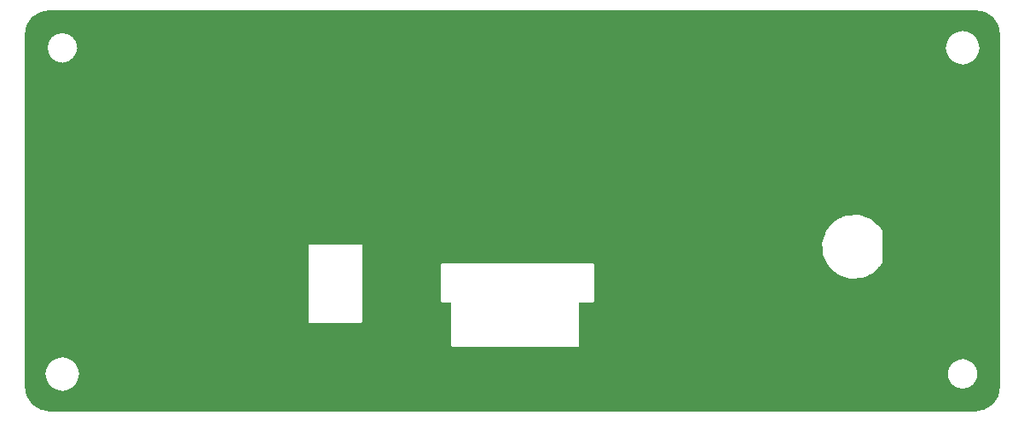
<source format=gtl>
G04 #@! TF.FileFunction,Copper,L1,Top,Signal*
%FSLAX46Y46*%
G04 Gerber Fmt 4.6, Leading zero omitted, Abs format (unit mm)*
G04 Created by KiCad (PCBNEW no-bzr-kicad_new3d-viewer) date 07/10/16 17:39:31*
%MOMM*%
%LPD*%
G01*
G04 APERTURE LIST*
%ADD10C,0.150000*%
%ADD11C,0.800000*%
%ADD12C,0.100000*%
G04 APERTURE END LIST*
D10*
D11*
X163850000Y-78500000D03*
X165750000Y-79009103D03*
X167140897Y-80400000D03*
X167650000Y-82300000D03*
X167140897Y-84200000D03*
X165750000Y-85590897D03*
X163850000Y-86100000D03*
X161950000Y-85590897D03*
X160559103Y-84200000D03*
X160050000Y-82300000D03*
X160559103Y-80400000D03*
X161950000Y-79009103D03*
D12*
X175896038Y-58854764D02*
X83920658Y-58854764D01*
X176151427Y-58905564D02*
X83665268Y-58905564D01*
X176406816Y-58956364D02*
X83409879Y-58956364D01*
X176662205Y-59007164D02*
X83154490Y-59007164D01*
X176846443Y-59057964D02*
X82970252Y-59057964D01*
X176922471Y-59108764D02*
X82894224Y-59108764D01*
X176998498Y-59159564D02*
X82818197Y-59159564D01*
X177074526Y-59210364D02*
X82742169Y-59210364D01*
X177150554Y-59261164D02*
X82666142Y-59261164D01*
X177226581Y-59311964D02*
X82590114Y-59311964D01*
X177302609Y-59362764D02*
X82514086Y-59362764D01*
X177378637Y-59413564D02*
X82438059Y-59413564D01*
X177454664Y-59464364D02*
X82362031Y-59464364D01*
X177530692Y-59515164D02*
X82286004Y-59515164D01*
X177595247Y-59565964D02*
X82221447Y-59565964D01*
X177629191Y-59616764D02*
X82187504Y-59616764D01*
X177663134Y-59667564D02*
X82153560Y-59667564D01*
X177697078Y-59718364D02*
X82119617Y-59718364D01*
X177731021Y-59769164D02*
X82085673Y-59769164D01*
X177764965Y-59819964D02*
X82051730Y-59819964D01*
X177798908Y-59870764D02*
X82017787Y-59870764D01*
X177832852Y-59921564D02*
X81983843Y-59921564D01*
X177866795Y-59972364D02*
X81949900Y-59972364D01*
X177900739Y-60023164D02*
X81915956Y-60023164D01*
X177934682Y-60073964D02*
X81882013Y-60073964D01*
X177968626Y-60124764D02*
X81848069Y-60124764D01*
X178002569Y-60175564D02*
X81814126Y-60175564D01*
X178036513Y-60226364D02*
X81780182Y-60226364D01*
X178070456Y-60277164D02*
X81746239Y-60277164D01*
X178101520Y-60327964D02*
X81715175Y-60327964D01*
X178111625Y-60378764D02*
X81705070Y-60378764D01*
X178121729Y-60429564D02*
X81694966Y-60429564D01*
X178131834Y-60480364D02*
X81684861Y-60480364D01*
X178141939Y-60531164D02*
X81674756Y-60531164D01*
X178152044Y-60581964D02*
X81664651Y-60581964D01*
X178162148Y-60632764D02*
X81654547Y-60632764D01*
X178172253Y-60683564D02*
X81644442Y-60683564D01*
X178182358Y-60734364D02*
X81634337Y-60734364D01*
X178192463Y-60785164D02*
X81624232Y-60785164D01*
X174451496Y-60835964D02*
X81614128Y-60835964D01*
X178202567Y-60835964D02*
X174765201Y-60835964D01*
X174196107Y-60886764D02*
X81604023Y-60886764D01*
X178212672Y-60886764D02*
X175020590Y-60886764D01*
X173945987Y-60937564D02*
X81593918Y-60937564D01*
X178222777Y-60937564D02*
X175270710Y-60937564D01*
X173869959Y-60988364D02*
X81583813Y-60988364D01*
X178232882Y-60988364D02*
X175346738Y-60988364D01*
X85035409Y-61039164D02*
X81573709Y-61039164D01*
X173793931Y-61039164D02*
X85381288Y-61039164D01*
X178242986Y-61039164D02*
X175422766Y-61039164D01*
X84780020Y-61089964D02*
X81563604Y-61089964D01*
X173717904Y-61089964D02*
X85636677Y-61089964D01*
X178253091Y-61089964D02*
X175498793Y-61089964D01*
X84594950Y-61140764D02*
X81553499Y-61140764D01*
X173641876Y-61140764D02*
X85821747Y-61140764D01*
X178263196Y-61140764D02*
X175574821Y-61140764D01*
X84518922Y-61191564D02*
X81543395Y-61191564D01*
X173565849Y-61191564D02*
X85897775Y-61191564D01*
X178273300Y-61191564D02*
X175650848Y-61191564D01*
X84442894Y-61242364D02*
X81533348Y-61242364D01*
X173489821Y-61242364D02*
X85973802Y-61242364D01*
X178283348Y-61242364D02*
X175726876Y-61242364D01*
X84366866Y-61293164D02*
X81533348Y-61293164D01*
X173413794Y-61293164D02*
X86049830Y-61293164D01*
X178283348Y-61293164D02*
X175802903Y-61293164D01*
X84290838Y-61343964D02*
X81533348Y-61343964D01*
X173365899Y-61343964D02*
X86125858Y-61343964D01*
X178283348Y-61343964D02*
X175850798Y-61343964D01*
X84209764Y-61394764D02*
X81533348Y-61394764D01*
X173331955Y-61394764D02*
X86201886Y-61394764D01*
X178283348Y-61394764D02*
X175884742Y-61394764D01*
X84124635Y-61445564D02*
X81533348Y-61445564D01*
X173298012Y-61445564D02*
X86277913Y-61445564D01*
X178283348Y-61445564D02*
X175918685Y-61445564D01*
X84091928Y-61496364D02*
X81533348Y-61496364D01*
X173264068Y-61496364D02*
X86316713Y-61496364D01*
X178283348Y-61496364D02*
X175952629Y-61496364D01*
X84063707Y-61547164D02*
X81533348Y-61547164D01*
X173230125Y-61547164D02*
X86350656Y-61547164D01*
X178283348Y-61547164D02*
X175986572Y-61547164D01*
X84032098Y-61597964D02*
X81533348Y-61597964D01*
X173196181Y-61597964D02*
X86384600Y-61597964D01*
X178283348Y-61597964D02*
X176020516Y-61597964D01*
X83998154Y-61648764D02*
X81533348Y-61648764D01*
X173162238Y-61648764D02*
X86418543Y-61648764D01*
X178283348Y-61648764D02*
X176054459Y-61648764D01*
X83964211Y-61699564D02*
X81533348Y-61699564D01*
X173128294Y-61699564D02*
X86452486Y-61699564D01*
X178283348Y-61699564D02*
X176088403Y-61699564D01*
X83930267Y-61750364D02*
X81533348Y-61750364D01*
X173094351Y-61750364D02*
X86486430Y-61750364D01*
X178283348Y-61750364D02*
X176122346Y-61750364D01*
X83896324Y-61801164D02*
X81533348Y-61801164D01*
X173060407Y-61801164D02*
X86521669Y-61801164D01*
X178283348Y-61801164D02*
X176156290Y-61801164D01*
X83862380Y-61851964D02*
X81533348Y-61851964D01*
X173026464Y-61851964D02*
X86561181Y-61851964D01*
X178283348Y-61851964D02*
X176190233Y-61851964D01*
X83828437Y-61902764D02*
X81533348Y-61902764D01*
X173008067Y-61902764D02*
X86599469Y-61902764D01*
X178283348Y-61902764D02*
X176208630Y-61902764D01*
X83797962Y-61953564D02*
X81533348Y-61953564D01*
X172997962Y-61953564D02*
X86618735Y-61953564D01*
X178283348Y-61953564D02*
X176218735Y-61953564D01*
X83787857Y-62004364D02*
X81533348Y-62004364D01*
X172987857Y-62004364D02*
X86628840Y-62004364D01*
X178283348Y-62004364D02*
X176228840Y-62004364D01*
X83777753Y-62055164D02*
X81533348Y-62055164D01*
X172977752Y-62055164D02*
X86638944Y-62055164D01*
X178283348Y-62055164D02*
X176238945Y-62055164D01*
X83767648Y-62105964D02*
X81533348Y-62105964D01*
X172967648Y-62105964D02*
X86649049Y-62105964D01*
X178283348Y-62105964D02*
X176249049Y-62105964D01*
X83757543Y-62156764D02*
X81533348Y-62156764D01*
X172957543Y-62156764D02*
X86659154Y-62156764D01*
X178283348Y-62156764D02*
X176259154Y-62156764D01*
X83747438Y-62207564D02*
X81533348Y-62207564D01*
X172947438Y-62207564D02*
X86669259Y-62207564D01*
X178283348Y-62207564D02*
X176269259Y-62207564D01*
X83737333Y-62258364D02*
X81533348Y-62258364D01*
X172937333Y-62258364D02*
X86679364Y-62258364D01*
X178283348Y-62258364D02*
X176279364Y-62258364D01*
X83727229Y-62309164D02*
X81533348Y-62309164D01*
X172927229Y-62309164D02*
X86689468Y-62309164D01*
X178283348Y-62309164D02*
X176289468Y-62309164D01*
X83717124Y-62359964D02*
X81533348Y-62359964D01*
X172917124Y-62359964D02*
X86699573Y-62359964D01*
X178283348Y-62359964D02*
X176299573Y-62359964D01*
X83707019Y-62410764D02*
X81533348Y-62410764D01*
X172907019Y-62410764D02*
X86709678Y-62410764D01*
X178283348Y-62410764D02*
X176309678Y-62410764D01*
X83696914Y-62461564D02*
X81533348Y-62461564D01*
X172896914Y-62461564D02*
X86719783Y-62461564D01*
X178283348Y-62461564D02*
X176319783Y-62461564D01*
X83686810Y-62512364D02*
X81533348Y-62512364D01*
X172886810Y-62512364D02*
X86729887Y-62512364D01*
X178283348Y-62512364D02*
X176329887Y-62512364D01*
X83689991Y-62563164D02*
X81533348Y-62563164D01*
X172889991Y-62563164D02*
X86726704Y-62563164D01*
X178283348Y-62563164D02*
X176326704Y-62563164D01*
X83700096Y-62613964D02*
X81533348Y-62613964D01*
X172900096Y-62613964D02*
X86716599Y-62613964D01*
X178283348Y-62613964D02*
X176316599Y-62613964D01*
X83710201Y-62664764D02*
X81533348Y-62664764D01*
X172910201Y-62664764D02*
X86706494Y-62664764D01*
X178283348Y-62664764D02*
X176306494Y-62664764D01*
X83720306Y-62715564D02*
X81533348Y-62715564D01*
X172920305Y-62715564D02*
X86696389Y-62715564D01*
X178283348Y-62715564D02*
X176296390Y-62715564D01*
X83730410Y-62766364D02*
X81533348Y-62766364D01*
X172930410Y-62766364D02*
X86686285Y-62766364D01*
X178283348Y-62766364D02*
X176286285Y-62766364D01*
X83740515Y-62817164D02*
X81533348Y-62817164D01*
X172940515Y-62817164D02*
X86676180Y-62817164D01*
X178283348Y-62817164D02*
X176276180Y-62817164D01*
X83750620Y-62867964D02*
X81533348Y-62867964D01*
X172950620Y-62867964D02*
X86666075Y-62867964D01*
X178283348Y-62867964D02*
X176266075Y-62867964D01*
X83760725Y-62918764D02*
X81533348Y-62918764D01*
X172960725Y-62918764D02*
X86655970Y-62918764D01*
X178283348Y-62918764D02*
X176255970Y-62918764D01*
X83770829Y-62969564D02*
X81533348Y-62969564D01*
X172970829Y-62969564D02*
X86645866Y-62969564D01*
X178283348Y-62969564D02*
X176245866Y-62969564D01*
X83780934Y-63020364D02*
X81533348Y-63020364D01*
X172980934Y-63020364D02*
X86635761Y-63020364D01*
X178283348Y-63020364D02*
X176235761Y-63020364D01*
X83791039Y-63071164D02*
X81533348Y-63071164D01*
X172991039Y-63071164D02*
X86625656Y-63071164D01*
X178283348Y-63071164D02*
X176225656Y-63071164D01*
X83805183Y-63121964D02*
X81533348Y-63121964D01*
X173001144Y-63121964D02*
X86611512Y-63121964D01*
X178283348Y-63121964D02*
X176215551Y-63121964D01*
X83839127Y-63172764D02*
X81533348Y-63172764D01*
X173011248Y-63172764D02*
X86577568Y-63172764D01*
X178283348Y-63172764D02*
X176205447Y-63172764D01*
X83873070Y-63223564D02*
X81533348Y-63223564D01*
X173037154Y-63223564D02*
X86543625Y-63223564D01*
X178283348Y-63223564D02*
X176179541Y-63223564D01*
X83907014Y-63274364D02*
X81533348Y-63274364D01*
X173071097Y-63274364D02*
X86509682Y-63274364D01*
X178283348Y-63274364D02*
X176145598Y-63274364D01*
X83940957Y-63325164D02*
X81533348Y-63325164D01*
X173105041Y-63325164D02*
X86475738Y-63325164D01*
X178283348Y-63325164D02*
X176111654Y-63325164D01*
X83974900Y-63375964D02*
X81533348Y-63375964D01*
X173138984Y-63375964D02*
X86441795Y-63375964D01*
X178283348Y-63375964D02*
X176077711Y-63375964D01*
X84007374Y-63426764D02*
X81533348Y-63426764D01*
X173172928Y-63426764D02*
X86407851Y-63426764D01*
X178283348Y-63426764D02*
X176043767Y-63426764D01*
X84035083Y-63477564D02*
X81533348Y-63477564D01*
X173206871Y-63477564D02*
X86373908Y-63477564D01*
X178283348Y-63477564D02*
X176009824Y-63477564D01*
X84062792Y-63528364D02*
X81533348Y-63528364D01*
X173240815Y-63528364D02*
X86339965Y-63528364D01*
X178283348Y-63528364D02*
X175975880Y-63528364D01*
X84090501Y-63579164D02*
X81533348Y-63579164D01*
X173274758Y-63579164D02*
X86306021Y-63579164D01*
X178283348Y-63579164D02*
X175941937Y-63579164D01*
X84122629Y-63629964D02*
X81533348Y-63629964D01*
X173308702Y-63629964D02*
X86253967Y-63629964D01*
X178283348Y-63629964D02*
X175907993Y-63629964D01*
X84199092Y-63680764D02*
X81533348Y-63680764D01*
X173342645Y-63680764D02*
X86177939Y-63680764D01*
X178283348Y-63680764D02*
X175874050Y-63680764D01*
X84280372Y-63731564D02*
X81533348Y-63731564D01*
X173376589Y-63731564D02*
X86101911Y-63731564D01*
X178283348Y-63731564D02*
X175840106Y-63731564D01*
X84361652Y-63782364D02*
X81533348Y-63782364D01*
X173437739Y-63782364D02*
X86025884Y-63782364D01*
X178283348Y-63782364D02*
X175778956Y-63782364D01*
X84442932Y-63833164D02*
X81533348Y-63833164D01*
X173513766Y-63833164D02*
X85949856Y-63833164D01*
X178283348Y-63833164D02*
X175702929Y-63833164D01*
X84524212Y-63883964D02*
X81533348Y-63883964D01*
X173589794Y-63883964D02*
X85886134Y-63883964D01*
X178283348Y-63883964D02*
X175626901Y-63883964D01*
X84618895Y-63934764D02*
X81533348Y-63934764D01*
X173665821Y-63934764D02*
X85797800Y-63934764D01*
X178283348Y-63934764D02*
X175550874Y-63934764D01*
X84860457Y-63985564D02*
X81533348Y-63985564D01*
X173741849Y-63985564D02*
X85556238Y-63985564D01*
X178283348Y-63985564D02*
X175474846Y-63985564D01*
X85115845Y-64036364D02*
X81533348Y-64036364D01*
X173817876Y-64036364D02*
X85300850Y-64036364D01*
X178283348Y-64036364D02*
X175398819Y-64036364D01*
X173893904Y-64087164D02*
X81533348Y-64087164D01*
X178283348Y-64087164D02*
X175322791Y-64087164D01*
X174021155Y-64137964D02*
X81533348Y-64137964D01*
X178283348Y-64137964D02*
X175195540Y-64137964D01*
X174276544Y-64188764D02*
X81533348Y-64188764D01*
X178283348Y-64188764D02*
X174940151Y-64188764D01*
X174531932Y-64239564D02*
X81533348Y-64239564D01*
X178283348Y-64239564D02*
X174684763Y-64239564D01*
X178283348Y-64290364D02*
X81533348Y-64290364D01*
X178283348Y-64341164D02*
X81533348Y-64341164D01*
X178283348Y-64391964D02*
X81533348Y-64391964D01*
X178283348Y-64442764D02*
X81533348Y-64442764D01*
X178283348Y-64493564D02*
X81533348Y-64493564D01*
X178283348Y-64544364D02*
X81533348Y-64544364D01*
X178283348Y-64595164D02*
X81533348Y-64595164D01*
X178283348Y-64645964D02*
X81533348Y-64645964D01*
X178283348Y-64696764D02*
X81533348Y-64696764D01*
X178283348Y-64747564D02*
X81533348Y-64747564D01*
X178283348Y-64798364D02*
X81533348Y-64798364D01*
X178283348Y-64849164D02*
X81533348Y-64849164D01*
X178283348Y-64899964D02*
X81533348Y-64899964D01*
X178283348Y-64950764D02*
X81533348Y-64950764D01*
X178283348Y-65001564D02*
X81533348Y-65001564D01*
X178283348Y-65052364D02*
X81533348Y-65052364D01*
X178283348Y-65103164D02*
X81533348Y-65103164D01*
X178283348Y-65153964D02*
X81533348Y-65153964D01*
X178283348Y-65204764D02*
X81533348Y-65204764D01*
X178283348Y-65255564D02*
X81533348Y-65255564D01*
X178283348Y-65306364D02*
X81533348Y-65306364D01*
X178283348Y-65357164D02*
X81533348Y-65357164D01*
X178283348Y-65407964D02*
X81533348Y-65407964D01*
X178283348Y-65458764D02*
X81533348Y-65458764D01*
X178283348Y-65509564D02*
X81533348Y-65509564D01*
X178283348Y-65560364D02*
X81533348Y-65560364D01*
X178283348Y-65611164D02*
X81533348Y-65611164D01*
X178283348Y-65661964D02*
X81533348Y-65661964D01*
X178283348Y-65712764D02*
X81533348Y-65712764D01*
X178283348Y-65763564D02*
X81533348Y-65763564D01*
X178283348Y-65814364D02*
X81533348Y-65814364D01*
X178283348Y-65865164D02*
X81533348Y-65865164D01*
X178283348Y-65915964D02*
X81533348Y-65915964D01*
X178283348Y-65966764D02*
X81533348Y-65966764D01*
X178283348Y-66017564D02*
X81533348Y-66017564D01*
X178283348Y-66068364D02*
X81533348Y-66068364D01*
X178283348Y-66119164D02*
X81533348Y-66119164D01*
X178283348Y-66169964D02*
X81533348Y-66169964D01*
X178283348Y-66220764D02*
X81533348Y-66220764D01*
X178283348Y-66271564D02*
X81533348Y-66271564D01*
X178283348Y-66322364D02*
X81533348Y-66322364D01*
X178283348Y-66373164D02*
X81533348Y-66373164D01*
X178283348Y-66423964D02*
X81533348Y-66423964D01*
X178283348Y-66474764D02*
X81533348Y-66474764D01*
X178283348Y-66525564D02*
X81533348Y-66525564D01*
X178283348Y-66576364D02*
X81533348Y-66576364D01*
X178283348Y-66627164D02*
X81533348Y-66627164D01*
X178283348Y-66677964D02*
X81533348Y-66677964D01*
X178283348Y-66728764D02*
X81533348Y-66728764D01*
X178283348Y-66779564D02*
X81533348Y-66779564D01*
X178283348Y-66830364D02*
X81533348Y-66830364D01*
X178283348Y-66881164D02*
X81533348Y-66881164D01*
X178283348Y-66931964D02*
X81533348Y-66931964D01*
X178283348Y-66982764D02*
X81533348Y-66982764D01*
X178283348Y-67033564D02*
X81533348Y-67033564D01*
X178283348Y-67084364D02*
X81533348Y-67084364D01*
X178283348Y-67135164D02*
X81533348Y-67135164D01*
X178283348Y-67185964D02*
X81533348Y-67185964D01*
X178283348Y-67236764D02*
X81533348Y-67236764D01*
X178283348Y-67287564D02*
X81533348Y-67287564D01*
X178283348Y-67338364D02*
X81533348Y-67338364D01*
X178283348Y-67389164D02*
X81533348Y-67389164D01*
X178283348Y-67439964D02*
X81533348Y-67439964D01*
X178283348Y-67490764D02*
X81533348Y-67490764D01*
X178283348Y-67541564D02*
X81533348Y-67541564D01*
X178283348Y-67592364D02*
X81533348Y-67592364D01*
X178283348Y-67643164D02*
X81533348Y-67643164D01*
X178283348Y-67693964D02*
X81533348Y-67693964D01*
X178283348Y-67744764D02*
X81533348Y-67744764D01*
X178283348Y-67795564D02*
X81533348Y-67795564D01*
X178283348Y-67846364D02*
X81533348Y-67846364D01*
X178283348Y-67897164D02*
X81533348Y-67897164D01*
X178283348Y-67947964D02*
X81533348Y-67947964D01*
X178283348Y-67998764D02*
X81533348Y-67998764D01*
X178283348Y-68049564D02*
X81533348Y-68049564D01*
X178283348Y-68100364D02*
X81533348Y-68100364D01*
X178283348Y-68151164D02*
X81533348Y-68151164D01*
X178283348Y-68201964D02*
X81533348Y-68201964D01*
X178283348Y-68252764D02*
X81533348Y-68252764D01*
X178283348Y-68303564D02*
X81533348Y-68303564D01*
X178283348Y-68354364D02*
X81533348Y-68354364D01*
X178283348Y-68405164D02*
X81533348Y-68405164D01*
X178283348Y-68455964D02*
X81533348Y-68455964D01*
X178283348Y-68506764D02*
X81533348Y-68506764D01*
X178283348Y-68557564D02*
X81533348Y-68557564D01*
X178283348Y-68608364D02*
X81533348Y-68608364D01*
X178283348Y-68659164D02*
X81533348Y-68659164D01*
X178283348Y-68709964D02*
X81533348Y-68709964D01*
X178283348Y-68760764D02*
X81533348Y-68760764D01*
X178283348Y-68811564D02*
X81533348Y-68811564D01*
X178283348Y-68862364D02*
X81533348Y-68862364D01*
X178283348Y-68913164D02*
X81533348Y-68913164D01*
X178283348Y-68963964D02*
X81533348Y-68963964D01*
X178283348Y-69014764D02*
X81533348Y-69014764D01*
X178283348Y-69065564D02*
X81533348Y-69065564D01*
X178283348Y-69116364D02*
X81533348Y-69116364D01*
X178283348Y-69167164D02*
X81533348Y-69167164D01*
X178283348Y-69217964D02*
X81533348Y-69217964D01*
X178283348Y-69268764D02*
X81533348Y-69268764D01*
X178283348Y-69319564D02*
X81533348Y-69319564D01*
X178283348Y-69370364D02*
X81533348Y-69370364D01*
X178283348Y-69421164D02*
X81533348Y-69421164D01*
X178283348Y-69471964D02*
X81533348Y-69471964D01*
X178283348Y-69522764D02*
X81533348Y-69522764D01*
X178283348Y-69573564D02*
X81533348Y-69573564D01*
X178283348Y-69624364D02*
X81533348Y-69624364D01*
X178283348Y-69675164D02*
X81533348Y-69675164D01*
X178283348Y-69725964D02*
X81533348Y-69725964D01*
X178283348Y-69776764D02*
X81533348Y-69776764D01*
X178283348Y-69827564D02*
X81533348Y-69827564D01*
X178283348Y-69878364D02*
X81533348Y-69878364D01*
X178283348Y-69929164D02*
X81533348Y-69929164D01*
X178283348Y-69979964D02*
X81533348Y-69979964D01*
X178283348Y-70030764D02*
X81533348Y-70030764D01*
X178283348Y-70081564D02*
X81533348Y-70081564D01*
X178283348Y-70132364D02*
X81533348Y-70132364D01*
X178283348Y-70183164D02*
X81533348Y-70183164D01*
X178283348Y-70233964D02*
X81533348Y-70233964D01*
X178283348Y-70284764D02*
X81533348Y-70284764D01*
X178283348Y-70335564D02*
X81533348Y-70335564D01*
X178283348Y-70386364D02*
X81533348Y-70386364D01*
X178283348Y-70437164D02*
X81533348Y-70437164D01*
X178283348Y-70487964D02*
X81533348Y-70487964D01*
X178283348Y-70538764D02*
X81533348Y-70538764D01*
X178283348Y-70589564D02*
X81533348Y-70589564D01*
X178283348Y-70640364D02*
X81533348Y-70640364D01*
X178283348Y-70691164D02*
X81533348Y-70691164D01*
X178283348Y-70741964D02*
X81533348Y-70741964D01*
X178283348Y-70792764D02*
X81533348Y-70792764D01*
X178283348Y-70843564D02*
X81533348Y-70843564D01*
X178283348Y-70894364D02*
X81533348Y-70894364D01*
X178283348Y-70945164D02*
X81533348Y-70945164D01*
X178283348Y-70995964D02*
X81533348Y-70995964D01*
X178283348Y-71046764D02*
X81533348Y-71046764D01*
X178283348Y-71097564D02*
X81533348Y-71097564D01*
X178283348Y-71148364D02*
X81533348Y-71148364D01*
X178283348Y-71199164D02*
X81533348Y-71199164D01*
X178283348Y-71249964D02*
X81533348Y-71249964D01*
X178283348Y-71300764D02*
X81533348Y-71300764D01*
X178283348Y-71351564D02*
X81533348Y-71351564D01*
X178283348Y-71402364D02*
X81533348Y-71402364D01*
X178283348Y-71453164D02*
X81533348Y-71453164D01*
X178283348Y-71503964D02*
X81533348Y-71503964D01*
X178283348Y-71554764D02*
X81533348Y-71554764D01*
X178283348Y-71605564D02*
X81533348Y-71605564D01*
X178283348Y-71656364D02*
X81533348Y-71656364D01*
X178283348Y-71707164D02*
X81533348Y-71707164D01*
X178283348Y-71757964D02*
X81533348Y-71757964D01*
X178283348Y-71808764D02*
X81533348Y-71808764D01*
X178283348Y-71859564D02*
X81533348Y-71859564D01*
X178283348Y-71910364D02*
X81533348Y-71910364D01*
X178283348Y-71961164D02*
X81533348Y-71961164D01*
X178283348Y-72011964D02*
X81533348Y-72011964D01*
X178283348Y-72062764D02*
X81533348Y-72062764D01*
X178283348Y-72113564D02*
X81533348Y-72113564D01*
X178283348Y-72164364D02*
X81533348Y-72164364D01*
X178283348Y-72215164D02*
X81533348Y-72215164D01*
X178283348Y-72265964D02*
X81533348Y-72265964D01*
X178283348Y-72316764D02*
X81533348Y-72316764D01*
X178283348Y-72367564D02*
X81533348Y-72367564D01*
X178283348Y-72418364D02*
X81533348Y-72418364D01*
X178283348Y-72469164D02*
X81533348Y-72469164D01*
X178283348Y-72519964D02*
X81533348Y-72519964D01*
X178283348Y-72570764D02*
X81533348Y-72570764D01*
X178283348Y-72621564D02*
X81533348Y-72621564D01*
X178283348Y-72672364D02*
X81533348Y-72672364D01*
X178283348Y-72723164D02*
X81533348Y-72723164D01*
X178283348Y-72773964D02*
X81533348Y-72773964D01*
X178283348Y-72824764D02*
X81533348Y-72824764D01*
X178283348Y-72875564D02*
X81533348Y-72875564D01*
X178283348Y-72926364D02*
X81533348Y-72926364D01*
X178283348Y-72977164D02*
X81533348Y-72977164D01*
X178283348Y-73027964D02*
X81533348Y-73027964D01*
X178283348Y-73078764D02*
X81533348Y-73078764D01*
X178283348Y-73129564D02*
X81533348Y-73129564D01*
X178283348Y-73180364D02*
X81533348Y-73180364D01*
X178283348Y-73231164D02*
X81533348Y-73231164D01*
X178283348Y-73281964D02*
X81533348Y-73281964D01*
X178283348Y-73332764D02*
X81533348Y-73332764D01*
X178283348Y-73383564D02*
X81533348Y-73383564D01*
X178283348Y-73434364D02*
X81533348Y-73434364D01*
X178283348Y-73485164D02*
X81533348Y-73485164D01*
X178283348Y-73535964D02*
X81533348Y-73535964D01*
X178283348Y-73586764D02*
X81533348Y-73586764D01*
X178283348Y-73637564D02*
X81533348Y-73637564D01*
X178283348Y-73688364D02*
X81533348Y-73688364D01*
X178283348Y-73739164D02*
X81533348Y-73739164D01*
X178283348Y-73789964D02*
X81533348Y-73789964D01*
X178283348Y-73840764D02*
X81533348Y-73840764D01*
X178283348Y-73891564D02*
X81533348Y-73891564D01*
X178283348Y-73942364D02*
X81533348Y-73942364D01*
X178283348Y-73993164D02*
X81533348Y-73993164D01*
X178283348Y-74043964D02*
X81533348Y-74043964D01*
X178283348Y-74094764D02*
X81533348Y-74094764D01*
X178283348Y-74145564D02*
X81533348Y-74145564D01*
X178283348Y-74196364D02*
X81533348Y-74196364D01*
X178283348Y-74247164D02*
X81533348Y-74247164D01*
X178283348Y-74297964D02*
X81533348Y-74297964D01*
X178283348Y-74348764D02*
X81533348Y-74348764D01*
X178283348Y-74399564D02*
X81533348Y-74399564D01*
X178283348Y-74450364D02*
X81533348Y-74450364D01*
X178283348Y-74501164D02*
X81533348Y-74501164D01*
X178283348Y-74551964D02*
X81533348Y-74551964D01*
X178283348Y-74602764D02*
X81533348Y-74602764D01*
X178283348Y-74653564D02*
X81533348Y-74653564D01*
X178283348Y-74704364D02*
X81533348Y-74704364D01*
X178283348Y-74755164D02*
X81533348Y-74755164D01*
X178283348Y-74805964D02*
X81533348Y-74805964D01*
X178283348Y-74856764D02*
X81533348Y-74856764D01*
X178283348Y-74907564D02*
X81533348Y-74907564D01*
X178283348Y-74958364D02*
X81533348Y-74958364D01*
X178283348Y-75009164D02*
X81533348Y-75009164D01*
X178283348Y-75059964D02*
X81533348Y-75059964D01*
X178283348Y-75110764D02*
X81533348Y-75110764D01*
X178283348Y-75161564D02*
X81533348Y-75161564D01*
X178283348Y-75212364D02*
X81533348Y-75212364D01*
X178283348Y-75263164D02*
X81533348Y-75263164D01*
X178283348Y-75313964D02*
X81533348Y-75313964D01*
X178283348Y-75364764D02*
X81533348Y-75364764D01*
X178283348Y-75415564D02*
X81533348Y-75415564D01*
X178283348Y-75466364D02*
X81533348Y-75466364D01*
X178283348Y-75517164D02*
X81533348Y-75517164D01*
X178283348Y-75567964D02*
X81533348Y-75567964D01*
X178283348Y-75618764D02*
X81533348Y-75618764D01*
X178283348Y-75669564D02*
X81533348Y-75669564D01*
X178283348Y-75720364D02*
X81533348Y-75720364D01*
X178283348Y-75771164D02*
X81533348Y-75771164D01*
X178283348Y-75821964D02*
X81533348Y-75821964D01*
X178283348Y-75872764D02*
X81533348Y-75872764D01*
X178283348Y-75923564D02*
X81533348Y-75923564D01*
X178283348Y-75974364D02*
X81533348Y-75974364D01*
X178283348Y-76025164D02*
X81533348Y-76025164D01*
X178283348Y-76075964D02*
X81533348Y-76075964D01*
X178283348Y-76126764D02*
X81533348Y-76126764D01*
X178283348Y-76177564D02*
X81533348Y-76177564D01*
X178283348Y-76228364D02*
X81533348Y-76228364D01*
X178283348Y-76279164D02*
X81533348Y-76279164D01*
X178283348Y-76329964D02*
X81533348Y-76329964D01*
X178283348Y-76380764D02*
X81533348Y-76380764D01*
X178283348Y-76431564D02*
X81533348Y-76431564D01*
X178283348Y-76482364D02*
X81533348Y-76482364D01*
X178283348Y-76533164D02*
X81533348Y-76533164D01*
X178283348Y-76583964D02*
X81533348Y-76583964D01*
X178283348Y-76634764D02*
X81533348Y-76634764D01*
X178283348Y-76685564D02*
X81533348Y-76685564D01*
X178283348Y-76736364D02*
X81533348Y-76736364D01*
X178283348Y-76787164D02*
X81533348Y-76787164D01*
X178283348Y-76837964D02*
X81533348Y-76837964D01*
X178283348Y-76888764D02*
X81533348Y-76888764D01*
X178283348Y-76939564D02*
X81533348Y-76939564D01*
X178283348Y-76990364D02*
X81533348Y-76990364D01*
X178283348Y-77041164D02*
X81533348Y-77041164D01*
X178283348Y-77091964D02*
X81533348Y-77091964D01*
X178283348Y-77142764D02*
X81533348Y-77142764D01*
X178283348Y-77193564D02*
X81533348Y-77193564D01*
X178283348Y-77244364D02*
X81533348Y-77244364D01*
X178283348Y-77295164D02*
X81533348Y-77295164D01*
X178283348Y-77345964D02*
X81533348Y-77345964D01*
X178283348Y-77396764D02*
X81533348Y-77396764D01*
X178283348Y-77447564D02*
X81533348Y-77447564D01*
X178283348Y-77498364D02*
X81533348Y-77498364D01*
X178283348Y-77549164D02*
X81533348Y-77549164D01*
X178283348Y-77599964D02*
X81533348Y-77599964D01*
X178283348Y-77650764D02*
X81533348Y-77650764D01*
X178283348Y-77701564D02*
X81533348Y-77701564D01*
X178283348Y-77752364D02*
X81533348Y-77752364D01*
X178283348Y-77803164D02*
X81533348Y-77803164D01*
X178283348Y-77853964D02*
X81533348Y-77853964D01*
X178283348Y-77904764D02*
X81533348Y-77904764D01*
X178283348Y-77955564D02*
X81533348Y-77955564D01*
X178283348Y-78006364D02*
X81533348Y-78006364D01*
X178283348Y-78057164D02*
X81533348Y-78057164D01*
X178283348Y-78107964D02*
X81533348Y-78107964D01*
X178283348Y-78158764D02*
X81533348Y-78158764D01*
X178283348Y-78209564D02*
X81533348Y-78209564D01*
X178283348Y-78260364D02*
X81533348Y-78260364D01*
X178283348Y-78311164D02*
X81533348Y-78311164D01*
X178283348Y-78361964D02*
X81533348Y-78361964D01*
X178283348Y-78412764D02*
X81533348Y-78412764D01*
X178283348Y-78463564D02*
X81533348Y-78463564D01*
X178283348Y-78514364D02*
X81533348Y-78514364D01*
X178283348Y-78565164D02*
X81533348Y-78565164D01*
X178283348Y-78615964D02*
X81533348Y-78615964D01*
X178283348Y-78666764D02*
X81533348Y-78666764D01*
X178283348Y-78717564D02*
X81533348Y-78717564D01*
X178283348Y-78768364D02*
X81533348Y-78768364D01*
X178283348Y-78819164D02*
X81533348Y-78819164D01*
X178283348Y-78869964D02*
X81533348Y-78869964D01*
X178283348Y-78920764D02*
X81533348Y-78920764D01*
X178283348Y-78971564D02*
X81533348Y-78971564D01*
X178283348Y-79022364D02*
X81533348Y-79022364D01*
X164138209Y-79073164D02*
X81533348Y-79073164D01*
X178283348Y-79073164D02*
X164317065Y-79073164D01*
X163309224Y-79123964D02*
X81533348Y-79123964D01*
X178283348Y-79123964D02*
X164464655Y-79123964D01*
X162950559Y-79174764D02*
X81533348Y-79174764D01*
X178283348Y-79174764D02*
X164612245Y-79174764D01*
X162846435Y-79225564D02*
X81533348Y-79225564D01*
X178283348Y-79225564D02*
X164759836Y-79225564D01*
X162742311Y-79276364D02*
X81533348Y-79276364D01*
X178283348Y-79276364D02*
X164907426Y-79276364D01*
X162638186Y-79327164D02*
X81533348Y-79327164D01*
X178283348Y-79327164D02*
X165055016Y-79327164D01*
X162534062Y-79377964D02*
X81533348Y-79377964D01*
X178283348Y-79377964D02*
X165202606Y-79377964D01*
X162429938Y-79428764D02*
X81533348Y-79428764D01*
X178283348Y-79428764D02*
X165350197Y-79428764D01*
X162325813Y-79479564D02*
X81533348Y-79479564D01*
X178283348Y-79479564D02*
X165486996Y-79479564D01*
X162221689Y-79530364D02*
X81533348Y-79530364D01*
X178283348Y-79530364D02*
X165553489Y-79530364D01*
X162117564Y-79581164D02*
X81533348Y-79581164D01*
X178283348Y-79581164D02*
X165610922Y-79581164D01*
X162013440Y-79631964D02*
X81533348Y-79631964D01*
X178283348Y-79631964D02*
X165668354Y-79631964D01*
X161909316Y-79682764D02*
X81533348Y-79682764D01*
X178283348Y-79682764D02*
X165725787Y-79682764D01*
X161843656Y-79733564D02*
X81533348Y-79733564D01*
X178283348Y-79733564D02*
X165783219Y-79733564D01*
X161798722Y-79784364D02*
X81533348Y-79784364D01*
X178283348Y-79784364D02*
X165840652Y-79784364D01*
X161753789Y-79835164D02*
X81533348Y-79835164D01*
X178283348Y-79835164D02*
X165898084Y-79835164D01*
X161708855Y-79885964D02*
X81533348Y-79885964D01*
X178283348Y-79885964D02*
X165955517Y-79885964D01*
X161663922Y-79936764D02*
X81533348Y-79936764D01*
X178283348Y-79936764D02*
X166012949Y-79936764D01*
X161618988Y-79987564D02*
X81533348Y-79987564D01*
X178283348Y-79987564D02*
X166070382Y-79987564D01*
X161574055Y-80038364D02*
X81533348Y-80038364D01*
X178283348Y-80038364D02*
X166127814Y-80038364D01*
X161529121Y-80089164D02*
X81533348Y-80089164D01*
X178283348Y-80089164D02*
X166185247Y-80089164D01*
X161484188Y-80139964D02*
X81533348Y-80139964D01*
X178283348Y-80139964D02*
X166242679Y-80139964D01*
X161439255Y-80190764D02*
X81533348Y-80190764D01*
X178283348Y-80190764D02*
X166300112Y-80190764D01*
X161394321Y-80241564D02*
X81533348Y-80241564D01*
X178283348Y-80241564D02*
X166357544Y-80241564D01*
X161349388Y-80292364D02*
X81533348Y-80292364D01*
X178283348Y-80292364D02*
X166414977Y-80292364D01*
X161304454Y-80343164D02*
X81533348Y-80343164D01*
X178283348Y-80343164D02*
X166460426Y-80343164D01*
X161259521Y-80393964D02*
X81533348Y-80393964D01*
X178283348Y-80393964D02*
X166494631Y-80393964D01*
X161214587Y-80444764D02*
X81533348Y-80444764D01*
X178283348Y-80444764D02*
X166528836Y-80444764D01*
X161169654Y-80495564D02*
X81533348Y-80495564D01*
X178283348Y-80495564D02*
X166563042Y-80495564D01*
X161124720Y-80546364D02*
X81533348Y-80546364D01*
X178283348Y-80546364D02*
X166597247Y-80546364D01*
X161079787Y-80597164D02*
X81533348Y-80597164D01*
X178283348Y-80597164D02*
X166631452Y-80597164D01*
X161038333Y-80647964D02*
X81533348Y-80647964D01*
X178283348Y-80647964D02*
X166662753Y-80647964D01*
X161013542Y-80698764D02*
X81533348Y-80698764D01*
X178283348Y-80698764D02*
X166674829Y-80698764D01*
X160996057Y-80749564D02*
X81533348Y-80749564D01*
X178283348Y-80749564D02*
X166675157Y-80749564D01*
X160978572Y-80800364D02*
X81533348Y-80800364D01*
X178283348Y-80800364D02*
X166675316Y-80800364D01*
X160961087Y-80851164D02*
X81533348Y-80851164D01*
X178283348Y-80851164D02*
X166675476Y-80851164D01*
X160943601Y-80901964D02*
X81533348Y-80901964D01*
X178283348Y-80901964D02*
X166675636Y-80901964D01*
X160926116Y-80952764D02*
X81533348Y-80952764D01*
X178283348Y-80952764D02*
X166675796Y-80952764D01*
X160908631Y-81003564D02*
X81533348Y-81003564D01*
X178283348Y-81003564D02*
X166675955Y-81003564D01*
X160891146Y-81054364D02*
X81533348Y-81054364D01*
X178283348Y-81054364D02*
X166676115Y-81054364D01*
X160873661Y-81105164D02*
X81533348Y-81105164D01*
X178283348Y-81105164D02*
X166676275Y-81105164D01*
X160856176Y-81155964D02*
X81533348Y-81155964D01*
X178283348Y-81155964D02*
X166676435Y-81155964D01*
X160838691Y-81206764D02*
X81533348Y-81206764D01*
X178283348Y-81206764D02*
X166676594Y-81206764D01*
X160821206Y-81257564D02*
X81533348Y-81257564D01*
X178283348Y-81257564D02*
X166676754Y-81257564D01*
X160795072Y-81308364D02*
X81533348Y-81308364D01*
X178283348Y-81308364D02*
X166676914Y-81308364D01*
X160768335Y-81359164D02*
X81533348Y-81359164D01*
X178283348Y-81359164D02*
X166677074Y-81359164D01*
X160754278Y-81409964D02*
X81533348Y-81409964D01*
X178283348Y-81409964D02*
X166677233Y-81409964D01*
X160749198Y-81460764D02*
X81533348Y-81460764D01*
X178283348Y-81460764D02*
X166677393Y-81460764D01*
X160733780Y-81511564D02*
X81533348Y-81511564D01*
X178283348Y-81511564D02*
X166677553Y-81511564D01*
X160716294Y-81562364D02*
X81533348Y-81562364D01*
X178283348Y-81562364D02*
X166677712Y-81562364D01*
X160698809Y-81613164D02*
X81533348Y-81613164D01*
X178283348Y-81613164D02*
X166677872Y-81613164D01*
X160681324Y-81663964D02*
X81533348Y-81663964D01*
X178283348Y-81663964D02*
X166678032Y-81663964D01*
X160663839Y-81714764D02*
X81533348Y-81714764D01*
X178283348Y-81714764D02*
X166678192Y-81714764D01*
X160646354Y-81765564D02*
X81533348Y-81765564D01*
X178283348Y-81765564D02*
X166678351Y-81765564D01*
X160628868Y-81816364D02*
X81533348Y-81816364D01*
X178283348Y-81816364D02*
X166678511Y-81816364D01*
X160617777Y-81867164D02*
X81533348Y-81867164D01*
X178283348Y-81867164D02*
X166678671Y-81867164D01*
X160617414Y-81917964D02*
X81533348Y-81917964D01*
X178283348Y-81917964D02*
X166678831Y-81917964D01*
X160620527Y-81968764D02*
X81533348Y-81968764D01*
X178283348Y-81968764D02*
X166678990Y-81968764D01*
X160623640Y-82019564D02*
X81533348Y-82019564D01*
X178283348Y-82019564D02*
X166679150Y-82019564D01*
X109625889Y-82070364D02*
X81533348Y-82070364D01*
X160626753Y-82070364D02*
X114997912Y-82070364D01*
X178283348Y-82070364D02*
X166679310Y-82070364D01*
X109594693Y-82121164D02*
X81533348Y-82121164D01*
X160629866Y-82121164D02*
X115029108Y-82121164D01*
X178283348Y-82121164D02*
X166679470Y-82121164D01*
X109586900Y-82171964D02*
X81533348Y-82171964D01*
X160632979Y-82171964D02*
X115036900Y-82171964D01*
X178283348Y-82171964D02*
X166679629Y-82171964D01*
X109586900Y-82222764D02*
X81533348Y-82222764D01*
X160636092Y-82222764D02*
X115036900Y-82222764D01*
X178283348Y-82222764D02*
X166679789Y-82222764D01*
X109586900Y-82273564D02*
X81533348Y-82273564D01*
X160639205Y-82273564D02*
X115036900Y-82273564D01*
X178283348Y-82273564D02*
X166679949Y-82273564D01*
X109586900Y-82324364D02*
X81533348Y-82324364D01*
X160642318Y-82324364D02*
X115036900Y-82324364D01*
X178283348Y-82324364D02*
X166680109Y-82324364D01*
X109586900Y-82375164D02*
X81533348Y-82375164D01*
X160645431Y-82375164D02*
X115036900Y-82375164D01*
X178283348Y-82375164D02*
X166680268Y-82375164D01*
X109586900Y-82425964D02*
X81533348Y-82425964D01*
X160648544Y-82425964D02*
X115036900Y-82425964D01*
X178283348Y-82425964D02*
X166680428Y-82425964D01*
X109586900Y-82476764D02*
X81533348Y-82476764D01*
X160651657Y-82476764D02*
X115036900Y-82476764D01*
X178283348Y-82476764D02*
X166680588Y-82476764D01*
X109586900Y-82527564D02*
X81533348Y-82527564D01*
X160654770Y-82527564D02*
X115036900Y-82527564D01*
X178283348Y-82527564D02*
X166680748Y-82527564D01*
X109586900Y-82578364D02*
X81533348Y-82578364D01*
X160657883Y-82578364D02*
X115036900Y-82578364D01*
X178283348Y-82578364D02*
X166680907Y-82578364D01*
X109586900Y-82629164D02*
X81533348Y-82629164D01*
X160660996Y-82629164D02*
X115036900Y-82629164D01*
X178283348Y-82629164D02*
X166681067Y-82629164D01*
X109586900Y-82679964D02*
X81533348Y-82679964D01*
X160664109Y-82679964D02*
X115036900Y-82679964D01*
X178283348Y-82679964D02*
X166681227Y-82679964D01*
X109586900Y-82730764D02*
X81533348Y-82730764D01*
X160667222Y-82730764D02*
X115036900Y-82730764D01*
X178283348Y-82730764D02*
X166681387Y-82730764D01*
X109586900Y-82781564D02*
X81533348Y-82781564D01*
X160670335Y-82781564D02*
X115036900Y-82781564D01*
X178283348Y-82781564D02*
X166681546Y-82781564D01*
X109586900Y-82832364D02*
X81533348Y-82832364D01*
X160673448Y-82832364D02*
X115036900Y-82832364D01*
X178283348Y-82832364D02*
X166681706Y-82832364D01*
X109586900Y-82883164D02*
X81533348Y-82883164D01*
X160676561Y-82883164D02*
X115036900Y-82883164D01*
X178283348Y-82883164D02*
X166681866Y-82883164D01*
X109586900Y-82933964D02*
X81533348Y-82933964D01*
X160679674Y-82933964D02*
X115036900Y-82933964D01*
X178283348Y-82933964D02*
X166682026Y-82933964D01*
X109586900Y-82984764D02*
X81533348Y-82984764D01*
X160682787Y-82984764D02*
X115036900Y-82984764D01*
X178283348Y-82984764D02*
X166682185Y-82984764D01*
X109586900Y-83035564D02*
X81533348Y-83035564D01*
X160685900Y-83035564D02*
X115036900Y-83035564D01*
X178283348Y-83035564D02*
X166682345Y-83035564D01*
X109586900Y-83086364D02*
X81533348Y-83086364D01*
X160689013Y-83086364D02*
X115036900Y-83086364D01*
X178283348Y-83086364D02*
X166682505Y-83086364D01*
X109586900Y-83137164D02*
X81533348Y-83137164D01*
X160698210Y-83137164D02*
X115036900Y-83137164D01*
X178283348Y-83137164D02*
X166682664Y-83137164D01*
X109586900Y-83187964D02*
X81533348Y-83187964D01*
X160719164Y-83187964D02*
X115036900Y-83187964D01*
X178283348Y-83187964D02*
X166682824Y-83187964D01*
X109586900Y-83238764D02*
X81533348Y-83238764D01*
X160743948Y-83238764D02*
X115036900Y-83238764D01*
X178283348Y-83238764D02*
X166682984Y-83238764D01*
X109586900Y-83289564D02*
X81533348Y-83289564D01*
X160768732Y-83289564D02*
X115036900Y-83289564D01*
X178283348Y-83289564D02*
X166683144Y-83289564D01*
X109586900Y-83340364D02*
X81533348Y-83340364D01*
X160793517Y-83340364D02*
X115036900Y-83340364D01*
X178283348Y-83340364D02*
X166683303Y-83340364D01*
X109586900Y-83391164D02*
X81533348Y-83391164D01*
X160818301Y-83391164D02*
X115036900Y-83391164D01*
X178283348Y-83391164D02*
X166683463Y-83391164D01*
X109586900Y-83441964D02*
X81533348Y-83441964D01*
X160843085Y-83441964D02*
X115036900Y-83441964D01*
X178283348Y-83441964D02*
X166683623Y-83441964D01*
X109586900Y-83492764D02*
X81533348Y-83492764D01*
X160867869Y-83492764D02*
X115036900Y-83492764D01*
X178283348Y-83492764D02*
X166683783Y-83492764D01*
X109586900Y-83543564D02*
X81533348Y-83543564D01*
X160892654Y-83543564D02*
X115036900Y-83543564D01*
X178283348Y-83543564D02*
X166683942Y-83543564D01*
X109586900Y-83594364D02*
X81533348Y-83594364D01*
X160917438Y-83594364D02*
X115036900Y-83594364D01*
X178283348Y-83594364D02*
X166684102Y-83594364D01*
X109586900Y-83645164D02*
X81533348Y-83645164D01*
X160942222Y-83645164D02*
X115036900Y-83645164D01*
X178283348Y-83645164D02*
X166684262Y-83645164D01*
X109586900Y-83695964D02*
X81533348Y-83695964D01*
X160967006Y-83695964D02*
X115036900Y-83695964D01*
X178283348Y-83695964D02*
X166684422Y-83695964D01*
X109586900Y-83746764D02*
X81533348Y-83746764D01*
X160991790Y-83746764D02*
X115036900Y-83746764D01*
X178283348Y-83746764D02*
X166684581Y-83746764D01*
X109586900Y-83797564D02*
X81533348Y-83797564D01*
X161016575Y-83797564D02*
X115036900Y-83797564D01*
X178283348Y-83797564D02*
X166684741Y-83797564D01*
X109586900Y-83848364D02*
X81533348Y-83848364D01*
X161041359Y-83848364D02*
X115036900Y-83848364D01*
X178283348Y-83848364D02*
X166684901Y-83848364D01*
X109586900Y-83899164D02*
X81533348Y-83899164D01*
X161066143Y-83899164D02*
X115036900Y-83899164D01*
X178283348Y-83899164D02*
X166682531Y-83899164D01*
X109586900Y-83949964D02*
X81533348Y-83949964D01*
X122856419Y-83949964D02*
X115036900Y-83949964D01*
X161090927Y-83949964D02*
X137967382Y-83949964D01*
X178283348Y-83949964D02*
X166662874Y-83949964D01*
X109586900Y-84000764D02*
X81533348Y-84000764D01*
X122804261Y-84000764D02*
X115036900Y-84000764D01*
X161115711Y-84000764D02*
X138019540Y-84000764D01*
X178283348Y-84000764D02*
X166622046Y-84000764D01*
X109586900Y-84051564D02*
X81533348Y-84051564D01*
X122788646Y-84051564D02*
X115036900Y-84051564D01*
X161140496Y-84051564D02*
X138035155Y-84051564D01*
X178283348Y-84051564D02*
X166577112Y-84051564D01*
X109586900Y-84102364D02*
X81533348Y-84102364D01*
X122786900Y-84102364D02*
X115036900Y-84102364D01*
X161165280Y-84102364D02*
X138036900Y-84102364D01*
X178283348Y-84102364D02*
X166532179Y-84102364D01*
X109586900Y-84153164D02*
X81533348Y-84153164D01*
X122786900Y-84153164D02*
X115036900Y-84153164D01*
X161190064Y-84153164D02*
X138036900Y-84153164D01*
X178283348Y-84153164D02*
X166487246Y-84153164D01*
X109586900Y-84203964D02*
X81533348Y-84203964D01*
X122786900Y-84203964D02*
X115036900Y-84203964D01*
X161214848Y-84203964D02*
X138036900Y-84203964D01*
X178283348Y-84203964D02*
X166442312Y-84203964D01*
X109586900Y-84254764D02*
X81533348Y-84254764D01*
X122786900Y-84254764D02*
X115036900Y-84254764D01*
X161239632Y-84254764D02*
X138036900Y-84254764D01*
X178283348Y-84254764D02*
X166397379Y-84254764D01*
X109586900Y-84305564D02*
X81533348Y-84305564D01*
X122786900Y-84305564D02*
X115036900Y-84305564D01*
X161282680Y-84305564D02*
X138036900Y-84305564D01*
X178283348Y-84305564D02*
X166352445Y-84305564D01*
X109586900Y-84356364D02*
X81533348Y-84356364D01*
X122786900Y-84356364D02*
X115036900Y-84356364D01*
X161340112Y-84356364D02*
X138036900Y-84356364D01*
X178283348Y-84356364D02*
X166307512Y-84356364D01*
X109586900Y-84407164D02*
X81533348Y-84407164D01*
X122786900Y-84407164D02*
X115036900Y-84407164D01*
X161397545Y-84407164D02*
X138036900Y-84407164D01*
X178283348Y-84407164D02*
X166262578Y-84407164D01*
X109586900Y-84457964D02*
X81533348Y-84457964D01*
X122786900Y-84457964D02*
X115036900Y-84457964D01*
X161454978Y-84457964D02*
X138036900Y-84457964D01*
X178283348Y-84457964D02*
X166217645Y-84457964D01*
X109586900Y-84508764D02*
X81533348Y-84508764D01*
X122786900Y-84508764D02*
X115036900Y-84508764D01*
X161512410Y-84508764D02*
X138036900Y-84508764D01*
X178283348Y-84508764D02*
X166172712Y-84508764D01*
X109586900Y-84559564D02*
X81533348Y-84559564D01*
X122786900Y-84559564D02*
X115036900Y-84559564D01*
X161569843Y-84559564D02*
X138036900Y-84559564D01*
X178283348Y-84559564D02*
X166127778Y-84559564D01*
X109586900Y-84610364D02*
X81533348Y-84610364D01*
X122786900Y-84610364D02*
X115036900Y-84610364D01*
X161627275Y-84610364D02*
X138036900Y-84610364D01*
X178283348Y-84610364D02*
X166082845Y-84610364D01*
X109586900Y-84661164D02*
X81533348Y-84661164D01*
X122786900Y-84661164D02*
X115036900Y-84661164D01*
X161684708Y-84661164D02*
X138036900Y-84661164D01*
X178283348Y-84661164D02*
X166037911Y-84661164D01*
X109586900Y-84711964D02*
X81533348Y-84711964D01*
X122786900Y-84711964D02*
X115036900Y-84711964D01*
X161742140Y-84711964D02*
X138036900Y-84711964D01*
X178283348Y-84711964D02*
X165992978Y-84711964D01*
X109586900Y-84762764D02*
X81533348Y-84762764D01*
X122786900Y-84762764D02*
X115036900Y-84762764D01*
X161799573Y-84762764D02*
X138036900Y-84762764D01*
X178283348Y-84762764D02*
X165948045Y-84762764D01*
X109586900Y-84813564D02*
X81533348Y-84813564D01*
X122786900Y-84813564D02*
X115036900Y-84813564D01*
X161857005Y-84813564D02*
X138036900Y-84813564D01*
X178283348Y-84813564D02*
X165903111Y-84813564D01*
X109586900Y-84864364D02*
X81533348Y-84864364D01*
X122786900Y-84864364D02*
X115036900Y-84864364D01*
X161914438Y-84864364D02*
X138036900Y-84864364D01*
X178283348Y-84864364D02*
X165858178Y-84864364D01*
X109586900Y-84915164D02*
X81533348Y-84915164D01*
X122786900Y-84915164D02*
X115036900Y-84915164D01*
X161971870Y-84915164D02*
X138036900Y-84915164D01*
X178283348Y-84915164D02*
X165794931Y-84915164D01*
X109586900Y-84965964D02*
X81533348Y-84965964D01*
X122786900Y-84965964D02*
X115036900Y-84965964D01*
X162029303Y-84965964D02*
X138036900Y-84965964D01*
X178283348Y-84965964D02*
X165690807Y-84965964D01*
X109586900Y-85016764D02*
X81533348Y-85016764D01*
X122786900Y-85016764D02*
X115036900Y-85016764D01*
X162086735Y-85016764D02*
X138036900Y-85016764D01*
X178283348Y-85016764D02*
X165586683Y-85016764D01*
X109586900Y-85067564D02*
X81533348Y-85067564D01*
X122786900Y-85067564D02*
X115036900Y-85067564D01*
X162144168Y-85067564D02*
X138036900Y-85067564D01*
X178283348Y-85067564D02*
X165482558Y-85067564D01*
X109586900Y-85118364D02*
X81533348Y-85118364D01*
X122786900Y-85118364D02*
X115036900Y-85118364D01*
X162209451Y-85118364D02*
X138036900Y-85118364D01*
X178283348Y-85118364D02*
X165378434Y-85118364D01*
X109586900Y-85169164D02*
X81533348Y-85169164D01*
X122786900Y-85169164D02*
X115036900Y-85169164D01*
X162343784Y-85169164D02*
X138036900Y-85169164D01*
X178283348Y-85169164D02*
X165274309Y-85169164D01*
X109586900Y-85219964D02*
X81533348Y-85219964D01*
X122786900Y-85219964D02*
X115036900Y-85219964D01*
X162491374Y-85219964D02*
X138036900Y-85219964D01*
X178283348Y-85219964D02*
X165170185Y-85219964D01*
X109586900Y-85270764D02*
X81533348Y-85270764D01*
X122786900Y-85270764D02*
X115036900Y-85270764D01*
X162603981Y-85270764D02*
X138036900Y-85270764D01*
X178283348Y-85270764D02*
X165066061Y-85270764D01*
X109586900Y-85321564D02*
X81533348Y-85321564D01*
X122786900Y-85321564D02*
X115036900Y-85321564D01*
X162777531Y-85321564D02*
X138036900Y-85321564D01*
X178283348Y-85321564D02*
X164961936Y-85321564D01*
X109586900Y-85372364D02*
X81533348Y-85372364D01*
X122786900Y-85372364D02*
X115036900Y-85372364D01*
X162934146Y-85372364D02*
X138036900Y-85372364D01*
X178283348Y-85372364D02*
X164857812Y-85372364D01*
X109586900Y-85423164D02*
X81533348Y-85423164D01*
X122786900Y-85423164D02*
X115036900Y-85423164D01*
X163081737Y-85423164D02*
X138036900Y-85423164D01*
X178283348Y-85423164D02*
X164753688Y-85423164D01*
X109586900Y-85473964D02*
X81533348Y-85473964D01*
X122786900Y-85473964D02*
X115036900Y-85473964D01*
X163229328Y-85473964D02*
X138036900Y-85473964D01*
X178283348Y-85473964D02*
X164424588Y-85473964D01*
X109586900Y-85524764D02*
X81533348Y-85524764D01*
X122786900Y-85524764D02*
X115036900Y-85524764D01*
X163376918Y-85524764D02*
X138036900Y-85524764D01*
X178283348Y-85524764D02*
X163595604Y-85524764D01*
X109586900Y-85575564D02*
X81533348Y-85575564D01*
X122786900Y-85575564D02*
X115036900Y-85575564D01*
X178283348Y-85575564D02*
X138036900Y-85575564D01*
X109586900Y-85626364D02*
X81533348Y-85626364D01*
X122786900Y-85626364D02*
X115036900Y-85626364D01*
X178283348Y-85626364D02*
X138036900Y-85626364D01*
X109586900Y-85677164D02*
X81533348Y-85677164D01*
X122786900Y-85677164D02*
X115036900Y-85677164D01*
X178283348Y-85677164D02*
X138036900Y-85677164D01*
X109586900Y-85727964D02*
X81533348Y-85727964D01*
X122786900Y-85727964D02*
X115036900Y-85727964D01*
X178283348Y-85727964D02*
X138036900Y-85727964D01*
X109586900Y-85778764D02*
X81533348Y-85778764D01*
X122786900Y-85778764D02*
X115036900Y-85778764D01*
X178283348Y-85778764D02*
X138036900Y-85778764D01*
X109586900Y-85829564D02*
X81533348Y-85829564D01*
X122786900Y-85829564D02*
X115036900Y-85829564D01*
X178283348Y-85829564D02*
X138036900Y-85829564D01*
X109586900Y-85880364D02*
X81533348Y-85880364D01*
X122786900Y-85880364D02*
X115036900Y-85880364D01*
X178283348Y-85880364D02*
X138036900Y-85880364D01*
X109586900Y-85931164D02*
X81533348Y-85931164D01*
X122786900Y-85931164D02*
X115036900Y-85931164D01*
X178283348Y-85931164D02*
X138036900Y-85931164D01*
X109586900Y-85981964D02*
X81533348Y-85981964D01*
X122786900Y-85981964D02*
X115036900Y-85981964D01*
X178283348Y-85981964D02*
X138036900Y-85981964D01*
X109586900Y-86032764D02*
X81533348Y-86032764D01*
X122786900Y-86032764D02*
X115036900Y-86032764D01*
X178283348Y-86032764D02*
X138036900Y-86032764D01*
X109586900Y-86083564D02*
X81533348Y-86083564D01*
X122786900Y-86083564D02*
X115036900Y-86083564D01*
X178283348Y-86083564D02*
X138036900Y-86083564D01*
X109586900Y-86134364D02*
X81533348Y-86134364D01*
X122786900Y-86134364D02*
X115036900Y-86134364D01*
X178283348Y-86134364D02*
X138036900Y-86134364D01*
X109586900Y-86185164D02*
X81533348Y-86185164D01*
X122786900Y-86185164D02*
X115036900Y-86185164D01*
X178283348Y-86185164D02*
X138036900Y-86185164D01*
X109586900Y-86235964D02*
X81533348Y-86235964D01*
X122786900Y-86235964D02*
X115036900Y-86235964D01*
X178283348Y-86235964D02*
X138036900Y-86235964D01*
X109586900Y-86286764D02*
X81533348Y-86286764D01*
X122786900Y-86286764D02*
X115036900Y-86286764D01*
X178283348Y-86286764D02*
X138036900Y-86286764D01*
X109586900Y-86337564D02*
X81533348Y-86337564D01*
X122786900Y-86337564D02*
X115036900Y-86337564D01*
X178283348Y-86337564D02*
X138036900Y-86337564D01*
X109586900Y-86388364D02*
X81533348Y-86388364D01*
X122786900Y-86388364D02*
X115036900Y-86388364D01*
X178283348Y-86388364D02*
X138036900Y-86388364D01*
X109586900Y-86439164D02*
X81533348Y-86439164D01*
X122786900Y-86439164D02*
X115036900Y-86439164D01*
X178283348Y-86439164D02*
X138036900Y-86439164D01*
X109586900Y-86489964D02*
X81533348Y-86489964D01*
X122786900Y-86489964D02*
X115036900Y-86489964D01*
X178283348Y-86489964D02*
X138036900Y-86489964D01*
X109586900Y-86540764D02*
X81533348Y-86540764D01*
X122786900Y-86540764D02*
X115036900Y-86540764D01*
X178283348Y-86540764D02*
X138036900Y-86540764D01*
X109586900Y-86591564D02*
X81533348Y-86591564D01*
X122786900Y-86591564D02*
X115036900Y-86591564D01*
X178283348Y-86591564D02*
X138036900Y-86591564D01*
X109586900Y-86642364D02*
X81533348Y-86642364D01*
X122786900Y-86642364D02*
X115036900Y-86642364D01*
X178283348Y-86642364D02*
X138036900Y-86642364D01*
X109586900Y-86693164D02*
X81533348Y-86693164D01*
X122786900Y-86693164D02*
X115036900Y-86693164D01*
X178283348Y-86693164D02*
X138036900Y-86693164D01*
X109586900Y-86743964D02*
X81533348Y-86743964D01*
X122786900Y-86743964D02*
X115036900Y-86743964D01*
X178283348Y-86743964D02*
X138036900Y-86743964D01*
X109586900Y-86794764D02*
X81533348Y-86794764D01*
X122786900Y-86794764D02*
X115036900Y-86794764D01*
X178283348Y-86794764D02*
X138036900Y-86794764D01*
X109586900Y-86845564D02*
X81533348Y-86845564D01*
X122786900Y-86845564D02*
X115036900Y-86845564D01*
X178283348Y-86845564D02*
X138036900Y-86845564D01*
X109586900Y-86896364D02*
X81533348Y-86896364D01*
X122786900Y-86896364D02*
X115036900Y-86896364D01*
X178283348Y-86896364D02*
X138036900Y-86896364D01*
X109586900Y-86947164D02*
X81533348Y-86947164D01*
X122786900Y-86947164D02*
X115036900Y-86947164D01*
X178283348Y-86947164D02*
X138036900Y-86947164D01*
X109586900Y-86997964D02*
X81533348Y-86997964D01*
X122786900Y-86997964D02*
X115036900Y-86997964D01*
X178283348Y-86997964D02*
X138036900Y-86997964D01*
X109586900Y-87048764D02*
X81533348Y-87048764D01*
X122786900Y-87048764D02*
X115036900Y-87048764D01*
X178283348Y-87048764D02*
X138036900Y-87048764D01*
X109586900Y-87099564D02*
X81533348Y-87099564D01*
X122786900Y-87099564D02*
X115036900Y-87099564D01*
X178283348Y-87099564D02*
X138036900Y-87099564D01*
X109586900Y-87150364D02*
X81533348Y-87150364D01*
X122786900Y-87150364D02*
X115036900Y-87150364D01*
X178283348Y-87150364D02*
X138036900Y-87150364D01*
X109586900Y-87201164D02*
X81533348Y-87201164D01*
X122786900Y-87201164D02*
X115036900Y-87201164D01*
X178283348Y-87201164D02*
X138036900Y-87201164D01*
X109586900Y-87251964D02*
X81533348Y-87251964D01*
X122786900Y-87251964D02*
X115036900Y-87251964D01*
X178283348Y-87251964D02*
X138036900Y-87251964D01*
X109586900Y-87302764D02*
X81533348Y-87302764D01*
X122786900Y-87302764D02*
X115036900Y-87302764D01*
X178283348Y-87302764D02*
X138036900Y-87302764D01*
X109586900Y-87353564D02*
X81533348Y-87353564D01*
X122786900Y-87353564D02*
X115036900Y-87353564D01*
X178283348Y-87353564D02*
X138036900Y-87353564D01*
X109586900Y-87404364D02*
X81533348Y-87404364D01*
X122786900Y-87404364D02*
X115036900Y-87404364D01*
X178283348Y-87404364D02*
X138036900Y-87404364D01*
X109586900Y-87455164D02*
X81533348Y-87455164D01*
X122786900Y-87455164D02*
X115036900Y-87455164D01*
X178283348Y-87455164D02*
X138036900Y-87455164D01*
X109586900Y-87505964D02*
X81533348Y-87505964D01*
X122786900Y-87505964D02*
X115036900Y-87505964D01*
X178283348Y-87505964D02*
X138036900Y-87505964D01*
X109586900Y-87556764D02*
X81533348Y-87556764D01*
X122786900Y-87556764D02*
X115036900Y-87556764D01*
X178283348Y-87556764D02*
X138036900Y-87556764D01*
X109586900Y-87607564D02*
X81533348Y-87607564D01*
X122786900Y-87607564D02*
X115036900Y-87607564D01*
X178283348Y-87607564D02*
X138036900Y-87607564D01*
X109586900Y-87658364D02*
X81533348Y-87658364D01*
X122786900Y-87658364D02*
X115036900Y-87658364D01*
X178283348Y-87658364D02*
X138036900Y-87658364D01*
X109586900Y-87709164D02*
X81533348Y-87709164D01*
X122786900Y-87709164D02*
X115036900Y-87709164D01*
X178283348Y-87709164D02*
X138036900Y-87709164D01*
X109586900Y-87759964D02*
X81533348Y-87759964D01*
X122786900Y-87759964D02*
X115036900Y-87759964D01*
X178283348Y-87759964D02*
X138036900Y-87759964D01*
X109586900Y-87810764D02*
X81533348Y-87810764D01*
X122798144Y-87810764D02*
X115036900Y-87810764D01*
X178283348Y-87810764D02*
X138025655Y-87810764D01*
X109586900Y-87861564D02*
X81533348Y-87861564D01*
X122842722Y-87861564D02*
X115036900Y-87861564D01*
X178283348Y-87861564D02*
X137981077Y-87861564D01*
X109586900Y-87912364D02*
X81533348Y-87912364D01*
X123786900Y-87912364D02*
X115036900Y-87912364D01*
X178283348Y-87912364D02*
X136536900Y-87912364D01*
X109586900Y-87963164D02*
X81533348Y-87963164D01*
X123786900Y-87963164D02*
X115036900Y-87963164D01*
X178283348Y-87963164D02*
X136536900Y-87963164D01*
X109586900Y-88013964D02*
X81533348Y-88013964D01*
X123786900Y-88013964D02*
X115036900Y-88013964D01*
X178283348Y-88013964D02*
X136536900Y-88013964D01*
X109586900Y-88064764D02*
X81533348Y-88064764D01*
X123786900Y-88064764D02*
X115036900Y-88064764D01*
X178283348Y-88064764D02*
X136536900Y-88064764D01*
X109586900Y-88115564D02*
X81533348Y-88115564D01*
X123786900Y-88115564D02*
X115036900Y-88115564D01*
X178283348Y-88115564D02*
X136536900Y-88115564D01*
X109586900Y-88166364D02*
X81533348Y-88166364D01*
X123786900Y-88166364D02*
X115036900Y-88166364D01*
X178283348Y-88166364D02*
X136536900Y-88166364D01*
X109586900Y-88217164D02*
X81533348Y-88217164D01*
X123786900Y-88217164D02*
X115036900Y-88217164D01*
X178283348Y-88217164D02*
X136536900Y-88217164D01*
X109586900Y-88267964D02*
X81533348Y-88267964D01*
X123786900Y-88267964D02*
X115036900Y-88267964D01*
X178283348Y-88267964D02*
X136536900Y-88267964D01*
X109586900Y-88318764D02*
X81533348Y-88318764D01*
X123786900Y-88318764D02*
X115036900Y-88318764D01*
X178283348Y-88318764D02*
X136536900Y-88318764D01*
X109586900Y-88369564D02*
X81533348Y-88369564D01*
X123786900Y-88369564D02*
X115036900Y-88369564D01*
X178283348Y-88369564D02*
X136536900Y-88369564D01*
X109586900Y-88420364D02*
X81533348Y-88420364D01*
X123786900Y-88420364D02*
X115036900Y-88420364D01*
X178283348Y-88420364D02*
X136536900Y-88420364D01*
X109586900Y-88471164D02*
X81533348Y-88471164D01*
X123786900Y-88471164D02*
X115036900Y-88471164D01*
X178283348Y-88471164D02*
X136536900Y-88471164D01*
X109586900Y-88521964D02*
X81533348Y-88521964D01*
X123786900Y-88521964D02*
X115036900Y-88521964D01*
X178283348Y-88521964D02*
X136536900Y-88521964D01*
X109586900Y-88572764D02*
X81533348Y-88572764D01*
X123786900Y-88572764D02*
X115036900Y-88572764D01*
X178283348Y-88572764D02*
X136536900Y-88572764D01*
X109586900Y-88623564D02*
X81533348Y-88623564D01*
X123786900Y-88623564D02*
X115036900Y-88623564D01*
X178283348Y-88623564D02*
X136536900Y-88623564D01*
X109586900Y-88674364D02*
X81533348Y-88674364D01*
X123786900Y-88674364D02*
X115036900Y-88674364D01*
X178283348Y-88674364D02*
X136536900Y-88674364D01*
X109586900Y-88725164D02*
X81533348Y-88725164D01*
X123786900Y-88725164D02*
X115036900Y-88725164D01*
X178283348Y-88725164D02*
X136536900Y-88725164D01*
X109586900Y-88775964D02*
X81533348Y-88775964D01*
X123786900Y-88775964D02*
X115036900Y-88775964D01*
X178283348Y-88775964D02*
X136536900Y-88775964D01*
X109586900Y-88826764D02*
X81533348Y-88826764D01*
X123786900Y-88826764D02*
X115036900Y-88826764D01*
X178283348Y-88826764D02*
X136536900Y-88826764D01*
X109586900Y-88877564D02*
X81533348Y-88877564D01*
X123786900Y-88877564D02*
X115036900Y-88877564D01*
X178283348Y-88877564D02*
X136536900Y-88877564D01*
X109586900Y-88928364D02*
X81533348Y-88928364D01*
X123786900Y-88928364D02*
X115036900Y-88928364D01*
X178283348Y-88928364D02*
X136536900Y-88928364D01*
X109586900Y-88979164D02*
X81533348Y-88979164D01*
X123786900Y-88979164D02*
X115036900Y-88979164D01*
X178283348Y-88979164D02*
X136536900Y-88979164D01*
X109586900Y-89029964D02*
X81533348Y-89029964D01*
X123786900Y-89029964D02*
X115036900Y-89029964D01*
X178283348Y-89029964D02*
X136536900Y-89029964D01*
X109586900Y-89080764D02*
X81533348Y-89080764D01*
X123786900Y-89080764D02*
X115036900Y-89080764D01*
X178283348Y-89080764D02*
X136536900Y-89080764D01*
X109586900Y-89131564D02*
X81533348Y-89131564D01*
X123786900Y-89131564D02*
X115036900Y-89131564D01*
X178283348Y-89131564D02*
X136536900Y-89131564D01*
X109586900Y-89182364D02*
X81533348Y-89182364D01*
X123786900Y-89182364D02*
X115036900Y-89182364D01*
X178283348Y-89182364D02*
X136536900Y-89182364D01*
X109586900Y-89233164D02*
X81533348Y-89233164D01*
X123786900Y-89233164D02*
X115036900Y-89233164D01*
X178283348Y-89233164D02*
X136536900Y-89233164D01*
X109586900Y-89283964D02*
X81533348Y-89283964D01*
X123786900Y-89283964D02*
X115036900Y-89283964D01*
X178283348Y-89283964D02*
X136536900Y-89283964D01*
X109586900Y-89334764D02*
X81533348Y-89334764D01*
X123786900Y-89334764D02*
X115036900Y-89334764D01*
X178283348Y-89334764D02*
X136536900Y-89334764D01*
X109586900Y-89385564D02*
X81533348Y-89385564D01*
X123786900Y-89385564D02*
X115036900Y-89385564D01*
X178283348Y-89385564D02*
X136536900Y-89385564D01*
X109586900Y-89436364D02*
X81533348Y-89436364D01*
X123786900Y-89436364D02*
X115036900Y-89436364D01*
X178283348Y-89436364D02*
X136536900Y-89436364D01*
X109586900Y-89487164D02*
X81533348Y-89487164D01*
X123786900Y-89487164D02*
X115036900Y-89487164D01*
X178283348Y-89487164D02*
X136536900Y-89487164D01*
X109586900Y-89537964D02*
X81533348Y-89537964D01*
X123786900Y-89537964D02*
X115036900Y-89537964D01*
X178283348Y-89537964D02*
X136536900Y-89537964D01*
X109586900Y-89588764D02*
X81533348Y-89588764D01*
X123786900Y-89588764D02*
X115036900Y-89588764D01*
X178283348Y-89588764D02*
X136536900Y-89588764D01*
X109586900Y-89639564D02*
X81533348Y-89639564D01*
X123786900Y-89639564D02*
X115036900Y-89639564D01*
X178283348Y-89639564D02*
X136536900Y-89639564D01*
X109586900Y-89690364D02*
X81533348Y-89690364D01*
X123786900Y-89690364D02*
X115036900Y-89690364D01*
X178283348Y-89690364D02*
X136536900Y-89690364D01*
X109586900Y-89741164D02*
X81533348Y-89741164D01*
X123786900Y-89741164D02*
X115036900Y-89741164D01*
X178283348Y-89741164D02*
X136536900Y-89741164D01*
X109593190Y-89791964D02*
X81533348Y-89791964D01*
X123786900Y-89791964D02*
X115030609Y-89791964D01*
X178283348Y-89791964D02*
X136536900Y-89791964D01*
X109619526Y-89842764D02*
X81533348Y-89842764D01*
X123786900Y-89842764D02*
X115004273Y-89842764D01*
X178283348Y-89842764D02*
X136536900Y-89842764D01*
X123786900Y-89893564D02*
X81533348Y-89893564D01*
X178283348Y-89893564D02*
X136536900Y-89893564D01*
X123786900Y-89944364D02*
X81533348Y-89944364D01*
X178283348Y-89944364D02*
X136536900Y-89944364D01*
X123786900Y-89995164D02*
X81533348Y-89995164D01*
X178283348Y-89995164D02*
X136536900Y-89995164D01*
X123786900Y-90045964D02*
X81533348Y-90045964D01*
X178283348Y-90045964D02*
X136536900Y-90045964D01*
X123786900Y-90096764D02*
X81533348Y-90096764D01*
X178283348Y-90096764D02*
X136536900Y-90096764D01*
X123786900Y-90147564D02*
X81533348Y-90147564D01*
X178283348Y-90147564D02*
X136536900Y-90147564D01*
X123786900Y-90198364D02*
X81533348Y-90198364D01*
X178283348Y-90198364D02*
X136536900Y-90198364D01*
X123786900Y-90249164D02*
X81533348Y-90249164D01*
X178283348Y-90249164D02*
X136536900Y-90249164D01*
X123786900Y-90299964D02*
X81533348Y-90299964D01*
X178283348Y-90299964D02*
X136536900Y-90299964D01*
X123786900Y-90350764D02*
X81533348Y-90350764D01*
X178283348Y-90350764D02*
X136536900Y-90350764D01*
X123786900Y-90401564D02*
X81533348Y-90401564D01*
X178283348Y-90401564D02*
X136536900Y-90401564D01*
X123786900Y-90452364D02*
X81533348Y-90452364D01*
X178283348Y-90452364D02*
X136536900Y-90452364D01*
X123786900Y-90503164D02*
X81533348Y-90503164D01*
X178283348Y-90503164D02*
X136536900Y-90503164D01*
X123786900Y-90553964D02*
X81533348Y-90553964D01*
X178283348Y-90553964D02*
X136536900Y-90553964D01*
X123786900Y-90604764D02*
X81533348Y-90604764D01*
X178283348Y-90604764D02*
X136536900Y-90604764D01*
X123786900Y-90655564D02*
X81533348Y-90655564D01*
X178283348Y-90655564D02*
X136536900Y-90655564D01*
X123786900Y-90706364D02*
X81533348Y-90706364D01*
X178283348Y-90706364D02*
X136536900Y-90706364D01*
X123786900Y-90757164D02*
X81533348Y-90757164D01*
X178283348Y-90757164D02*
X136536900Y-90757164D01*
X123786900Y-90807964D02*
X81533348Y-90807964D01*
X178283348Y-90807964D02*
X136536900Y-90807964D01*
X123786900Y-90858764D02*
X81533348Y-90858764D01*
X178283348Y-90858764D02*
X136536900Y-90858764D01*
X123786900Y-90909564D02*
X81533348Y-90909564D01*
X178283348Y-90909564D02*
X136536900Y-90909564D01*
X123786900Y-90960364D02*
X81533348Y-90960364D01*
X178283348Y-90960364D02*
X136536900Y-90960364D01*
X123786900Y-91011164D02*
X81533348Y-91011164D01*
X178283348Y-91011164D02*
X136536900Y-91011164D01*
X123786900Y-91061964D02*
X81533348Y-91061964D01*
X178283348Y-91061964D02*
X136536900Y-91061964D01*
X123786900Y-91112764D02*
X81533348Y-91112764D01*
X178283348Y-91112764D02*
X136536900Y-91112764D01*
X123786900Y-91163564D02*
X81533348Y-91163564D01*
X178283348Y-91163564D02*
X136536900Y-91163564D01*
X123786900Y-91214364D02*
X81533348Y-91214364D01*
X178283348Y-91214364D02*
X136536900Y-91214364D01*
X123786900Y-91265164D02*
X81533348Y-91265164D01*
X178283348Y-91265164D02*
X136536900Y-91265164D01*
X123786900Y-91315964D02*
X81533348Y-91315964D01*
X178283348Y-91315964D02*
X136536900Y-91315964D01*
X123786900Y-91366764D02*
X81533348Y-91366764D01*
X178283348Y-91366764D02*
X136536900Y-91366764D01*
X123786900Y-91417564D02*
X81533348Y-91417564D01*
X178283348Y-91417564D02*
X136536900Y-91417564D01*
X123786900Y-91468364D02*
X81533348Y-91468364D01*
X178283348Y-91468364D02*
X136536900Y-91468364D01*
X123786900Y-91519164D02*
X81533348Y-91519164D01*
X178283348Y-91519164D02*
X136536900Y-91519164D01*
X123786900Y-91569964D02*
X81533348Y-91569964D01*
X178283348Y-91569964D02*
X136536900Y-91569964D01*
X123786900Y-91620764D02*
X81533348Y-91620764D01*
X178283348Y-91620764D02*
X136536900Y-91620764D01*
X123786900Y-91671564D02*
X81533348Y-91671564D01*
X178283348Y-91671564D02*
X136536900Y-91671564D01*
X123786900Y-91722364D02*
X81533348Y-91722364D01*
X178283348Y-91722364D02*
X136536900Y-91722364D01*
X123786900Y-91773164D02*
X81533348Y-91773164D01*
X178283348Y-91773164D02*
X136536900Y-91773164D01*
X123786900Y-91823964D02*
X81533348Y-91823964D01*
X178283348Y-91823964D02*
X136536900Y-91823964D01*
X123786900Y-91874764D02*
X81533348Y-91874764D01*
X178283348Y-91874764D02*
X136536900Y-91874764D01*
X123786900Y-91925564D02*
X81533348Y-91925564D01*
X178283348Y-91925564D02*
X136536900Y-91925564D01*
X123786900Y-91976364D02*
X81533348Y-91976364D01*
X178283348Y-91976364D02*
X136536900Y-91976364D01*
X123786900Y-92027164D02*
X81533348Y-92027164D01*
X178283348Y-92027164D02*
X136536900Y-92027164D01*
X123786900Y-92077964D02*
X81533348Y-92077964D01*
X178283348Y-92077964D02*
X136536900Y-92077964D01*
X123786900Y-92128764D02*
X81533348Y-92128764D01*
X178283348Y-92128764D02*
X136536900Y-92128764D01*
X123790723Y-92179564D02*
X81533348Y-92179564D01*
X178283348Y-92179564D02*
X136533076Y-92179564D01*
X123811241Y-92230364D02*
X81533348Y-92230364D01*
X178283348Y-92230364D02*
X136512558Y-92230364D01*
X123890905Y-92281164D02*
X81533348Y-92281164D01*
X178283348Y-92281164D02*
X136432894Y-92281164D01*
X178283348Y-92331964D02*
X81533348Y-92331964D01*
X178283348Y-92382764D02*
X81533348Y-92382764D01*
X178283348Y-92433564D02*
X81533348Y-92433564D01*
X178283348Y-92484364D02*
X81533348Y-92484364D01*
X178283348Y-92535164D02*
X81533348Y-92535164D01*
X178283348Y-92585964D02*
X81533348Y-92585964D01*
X178283348Y-92636764D02*
X81533348Y-92636764D01*
X178283348Y-92687564D02*
X81533348Y-92687564D01*
X178283348Y-92738364D02*
X81533348Y-92738364D01*
X178283348Y-92789164D02*
X81533348Y-92789164D01*
X178283348Y-92839964D02*
X81533348Y-92839964D01*
X178283348Y-92890764D02*
X81533348Y-92890764D01*
X178283348Y-92941564D02*
X81533348Y-92941564D01*
X178283348Y-92992364D02*
X81533348Y-92992364D01*
X178283348Y-93043164D02*
X81533348Y-93043164D01*
X178283348Y-93093964D02*
X81533348Y-93093964D01*
X178283348Y-93144764D02*
X81533348Y-93144764D01*
X178283348Y-93195564D02*
X81533348Y-93195564D01*
X85072941Y-93246364D02*
X81533348Y-93246364D01*
X178283348Y-93246364D02*
X85339128Y-93246364D01*
X84817552Y-93297164D02*
X81533348Y-93297164D01*
X178283348Y-93297164D02*
X85594517Y-93297164D01*
X84562164Y-93347964D02*
X81533348Y-93347964D01*
X178283348Y-93347964D02*
X85849905Y-93347964D01*
X84474718Y-93398764D02*
X81533348Y-93398764D01*
X178283348Y-93398764D02*
X85937351Y-93398764D01*
X84398690Y-93449564D02*
X81533348Y-93449564D01*
X174383124Y-93449564D02*
X86013379Y-93449564D01*
X178283348Y-93449564D02*
X174833573Y-93449564D01*
X84322663Y-93500364D02*
X81533348Y-93500364D01*
X174127736Y-93500364D02*
X86089406Y-93500364D01*
X178283348Y-93500364D02*
X175088961Y-93500364D01*
X84246635Y-93551164D02*
X81533348Y-93551164D01*
X173979385Y-93551164D02*
X86165434Y-93551164D01*
X178283348Y-93551164D02*
X175237312Y-93551164D01*
X84170608Y-93601964D02*
X81533348Y-93601964D01*
X173903357Y-93601964D02*
X86241461Y-93601964D01*
X178283348Y-93601964D02*
X175313339Y-93601964D01*
X84094580Y-93652764D02*
X81533348Y-93652764D01*
X173827329Y-93652764D02*
X86317489Y-93652764D01*
X178283348Y-93652764D02*
X175389367Y-93652764D01*
X84018553Y-93703564D02*
X81533348Y-93703564D01*
X173751301Y-93703564D02*
X86393516Y-93703564D01*
X178283348Y-93703564D02*
X175465395Y-93703564D01*
X83966743Y-93754364D02*
X81533348Y-93754364D01*
X173675273Y-93754364D02*
X86445326Y-93754364D01*
X178283348Y-93754364D02*
X175541423Y-93754364D01*
X83932799Y-93805164D02*
X81533348Y-93805164D01*
X173590697Y-93805164D02*
X86479270Y-93805164D01*
X178283348Y-93805164D02*
X175617450Y-93805164D01*
X83898856Y-93855964D02*
X81533348Y-93855964D01*
X173514373Y-93855964D02*
X86513213Y-93855964D01*
X178283348Y-93855964D02*
X175689719Y-93855964D01*
X83864912Y-93906764D02*
X81533348Y-93906764D01*
X173486151Y-93906764D02*
X86547157Y-93906764D01*
X178283348Y-93906764D02*
X175723662Y-93906764D01*
X83830969Y-93957564D02*
X81533348Y-93957564D01*
X173457929Y-93957564D02*
X86581100Y-93957564D01*
X178283348Y-93957564D02*
X175757605Y-93957564D01*
X83797025Y-94008364D02*
X81533348Y-94008364D01*
X173425149Y-94008364D02*
X86615044Y-94008364D01*
X178283348Y-94008364D02*
X175791549Y-94008364D01*
X83763082Y-94059164D02*
X81533348Y-94059164D01*
X173391205Y-94059164D02*
X86648987Y-94059164D01*
X178283348Y-94059164D02*
X175825492Y-94059164D01*
X83729138Y-94109964D02*
X81533348Y-94109964D01*
X173357262Y-94109964D02*
X86682931Y-94109964D01*
X178283348Y-94109964D02*
X175859435Y-94109964D01*
X83695195Y-94160764D02*
X81533348Y-94160764D01*
X173323318Y-94160764D02*
X86716874Y-94160764D01*
X178283348Y-94160764D02*
X175893379Y-94160764D01*
X83661251Y-94211564D02*
X81533348Y-94211564D01*
X173289375Y-94211564D02*
X86750818Y-94211564D01*
X178283348Y-94211564D02*
X175929758Y-94211564D01*
X83627308Y-94262364D02*
X81533348Y-94262364D01*
X173255431Y-94262364D02*
X86784761Y-94262364D01*
X178283348Y-94262364D02*
X175969270Y-94262364D01*
X83606693Y-94313164D02*
X81533348Y-94313164D01*
X173221488Y-94313164D02*
X86805376Y-94313164D01*
X178283348Y-94313164D02*
X176004119Y-94313164D01*
X83596588Y-94363964D02*
X81533348Y-94363964D01*
X173195893Y-94363964D02*
X86815481Y-94363964D01*
X178283348Y-94363964D02*
X176020804Y-94363964D01*
X83586483Y-94414764D02*
X81533348Y-94414764D01*
X173185789Y-94414764D02*
X86825586Y-94414764D01*
X178283348Y-94414764D02*
X176030908Y-94414764D01*
X83576378Y-94465564D02*
X81533348Y-94465564D01*
X173175684Y-94465564D02*
X86835691Y-94465564D01*
X178283348Y-94465564D02*
X176041013Y-94465564D01*
X83566274Y-94516364D02*
X81533348Y-94516364D01*
X173165579Y-94516364D02*
X86845796Y-94516364D01*
X178283348Y-94516364D02*
X176051118Y-94516364D01*
X83556169Y-94567164D02*
X81533348Y-94567164D01*
X173155474Y-94567164D02*
X86855900Y-94567164D01*
X178283348Y-94567164D02*
X176061223Y-94567164D01*
X83546064Y-94617964D02*
X81533348Y-94617964D01*
X173145370Y-94617964D02*
X86866005Y-94617964D01*
X178283348Y-94617964D02*
X176071327Y-94617964D01*
X83535959Y-94668764D02*
X81533348Y-94668764D01*
X173135265Y-94668764D02*
X86876110Y-94668764D01*
X178283348Y-94668764D02*
X176081432Y-94668764D01*
X83525855Y-94719564D02*
X81533348Y-94719564D01*
X173125160Y-94719564D02*
X86886215Y-94719564D01*
X178283348Y-94719564D02*
X176091537Y-94719564D01*
X83515750Y-94770364D02*
X81533348Y-94770364D01*
X173115055Y-94770364D02*
X86896320Y-94770364D01*
X178283348Y-94770364D02*
X176101642Y-94770364D01*
X83505645Y-94821164D02*
X81533348Y-94821164D01*
X173104950Y-94821164D02*
X86906424Y-94821164D01*
X178283348Y-94821164D02*
X176111747Y-94821164D01*
X83495540Y-94871964D02*
X81533348Y-94871964D01*
X173094846Y-94871964D02*
X86916529Y-94871964D01*
X178283348Y-94871964D02*
X176121851Y-94871964D01*
X83485436Y-94922764D02*
X81533348Y-94922764D01*
X173084741Y-94922764D02*
X86926634Y-94922764D01*
X178283348Y-94922764D02*
X176131956Y-94922764D01*
X83486737Y-94973564D02*
X81533348Y-94973564D01*
X173092060Y-94973564D02*
X86925330Y-94973564D01*
X178283348Y-94973564D02*
X176124635Y-94973564D01*
X83496842Y-95024364D02*
X81533348Y-95024364D01*
X173102165Y-95024364D02*
X86915225Y-95024364D01*
X178283348Y-95024364D02*
X176114530Y-95024364D01*
X83506947Y-95075164D02*
X81533348Y-95075164D01*
X173112269Y-95075164D02*
X86905120Y-95075164D01*
X178283348Y-95075164D02*
X176104426Y-95075164D01*
X83517051Y-95125964D02*
X81533348Y-95125964D01*
X173122374Y-95125964D02*
X86895016Y-95125964D01*
X178283348Y-95125964D02*
X176094321Y-95125964D01*
X83527156Y-95176764D02*
X81533348Y-95176764D01*
X173132479Y-95176764D02*
X86884911Y-95176764D01*
X178283348Y-95176764D02*
X176084216Y-95176764D01*
X83537261Y-95227564D02*
X81533348Y-95227564D01*
X173142584Y-95227564D02*
X86874806Y-95227564D01*
X178283348Y-95227564D02*
X176074111Y-95227564D01*
X83547366Y-95278364D02*
X81533348Y-95278364D01*
X173152689Y-95278364D02*
X86864701Y-95278364D01*
X178283348Y-95278364D02*
X176064006Y-95278364D01*
X83557470Y-95329164D02*
X81533348Y-95329164D01*
X173162793Y-95329164D02*
X86854597Y-95329164D01*
X178283348Y-95329164D02*
X176053902Y-95329164D01*
X83567575Y-95379964D02*
X81533348Y-95379964D01*
X173172898Y-95379964D02*
X86844492Y-95379964D01*
X178283348Y-95379964D02*
X176043797Y-95379964D01*
X83577680Y-95430764D02*
X81533348Y-95430764D01*
X173183003Y-95430764D02*
X86834387Y-95430764D01*
X178283348Y-95430764D02*
X176033692Y-95430764D01*
X83587785Y-95481564D02*
X81533348Y-95481564D01*
X173193108Y-95481564D02*
X86824282Y-95481564D01*
X178283348Y-95481564D02*
X176023587Y-95481564D01*
X83597890Y-95532364D02*
X81533348Y-95532364D01*
X173212132Y-95532364D02*
X86814177Y-95532364D01*
X178283348Y-95532364D02*
X176004563Y-95532364D01*
X83607994Y-95583164D02*
X81533348Y-95583164D01*
X173246076Y-95583164D02*
X86804073Y-95583164D01*
X178283348Y-95583164D02*
X175970619Y-95583164D01*
X83631682Y-95633964D02*
X81533348Y-95633964D01*
X173280019Y-95633964D02*
X86780385Y-95633964D01*
X178283348Y-95633964D02*
X175936676Y-95633964D01*
X83665625Y-95684764D02*
X81533348Y-95684764D01*
X173313963Y-95684764D02*
X86746442Y-95684764D01*
X178283348Y-95684764D02*
X175902733Y-95684764D01*
X83699569Y-95735564D02*
X81533348Y-95735564D01*
X173347906Y-95735564D02*
X86712498Y-95735564D01*
X178283348Y-95735564D02*
X175868789Y-95735564D01*
X83733512Y-95786364D02*
X81533348Y-95786364D01*
X173381850Y-95786364D02*
X86678555Y-95786364D01*
X178283348Y-95786364D02*
X175834846Y-95786364D01*
X83767456Y-95837164D02*
X81533348Y-95837164D01*
X173413047Y-95837164D02*
X86644611Y-95837164D01*
X178283348Y-95837164D02*
X175800902Y-95837164D01*
X83801399Y-95887964D02*
X81533348Y-95887964D01*
X173440756Y-95887964D02*
X86610668Y-95887964D01*
X178283348Y-95887964D02*
X175766959Y-95887964D01*
X83835343Y-95938764D02*
X81533348Y-95938764D01*
X173468465Y-95938764D02*
X86576724Y-95938764D01*
X178283348Y-95938764D02*
X175733016Y-95938764D01*
X83869286Y-95989564D02*
X81533348Y-95989564D01*
X173496174Y-95989564D02*
X86542781Y-95989564D01*
X178283348Y-95989564D02*
X175699072Y-95989564D01*
X83903230Y-96040364D02*
X81533348Y-96040364D01*
X173534452Y-96040364D02*
X86508837Y-96040364D01*
X178283348Y-96040364D02*
X175638402Y-96040364D01*
X83937173Y-96091164D02*
X81533348Y-96091164D01*
X173615732Y-96091164D02*
X86474894Y-96091164D01*
X178283348Y-96091164D02*
X175562374Y-96091164D01*
X83971117Y-96141964D02*
X81533348Y-96141964D01*
X173697012Y-96141964D02*
X86440950Y-96141964D01*
X178283348Y-96141964D02*
X175486347Y-96141964D01*
X84028352Y-96192764D02*
X81533348Y-96192764D01*
X173778292Y-96192764D02*
X86383715Y-96192764D01*
X178283348Y-96192764D02*
X175410319Y-96192764D01*
X84104379Y-96243564D02*
X81538542Y-96243564D01*
X173859572Y-96243564D02*
X86307688Y-96243564D01*
X178278155Y-96243564D02*
X175334291Y-96243564D01*
X84180407Y-96294364D02*
X81548647Y-96294364D01*
X173948058Y-96294364D02*
X86231660Y-96294364D01*
X178268050Y-96294364D02*
X175264010Y-96294364D01*
X84256434Y-96345164D02*
X81558752Y-96345164D01*
X174057353Y-96345164D02*
X86155633Y-96345164D01*
X178257945Y-96345164D02*
X175159342Y-96345164D01*
X84332462Y-96395964D02*
X81568856Y-96395964D01*
X174312741Y-96395964D02*
X86079605Y-96395964D01*
X178247841Y-96395964D02*
X174903954Y-96395964D01*
X84408489Y-96446764D02*
X81578961Y-96446764D01*
X174568129Y-96446764D02*
X86003578Y-96446764D01*
X178237736Y-96446764D02*
X174648566Y-96446764D01*
X84484517Y-96497564D02*
X81589066Y-96497564D01*
X178227631Y-96497564D02*
X85927550Y-96497564D01*
X84595082Y-96548364D02*
X81599170Y-96548364D01*
X178217527Y-96548364D02*
X85816985Y-96548364D01*
X84850470Y-96599164D02*
X81609275Y-96599164D01*
X178207422Y-96599164D02*
X85561597Y-96599164D01*
X85105859Y-96649964D02*
X81619380Y-96649964D01*
X178197317Y-96649964D02*
X85306208Y-96649964D01*
X178187212Y-96700764D02*
X81629485Y-96700764D01*
X178177108Y-96751564D02*
X81639589Y-96751564D01*
X178167003Y-96802364D02*
X81649694Y-96802364D01*
X178156898Y-96853164D02*
X81659799Y-96853164D01*
X178146793Y-96903964D02*
X81669904Y-96903964D01*
X178136689Y-96954764D02*
X81680008Y-96954764D01*
X178126584Y-97005564D02*
X81690113Y-97005564D01*
X178116479Y-97056364D02*
X81700218Y-97056364D01*
X178106374Y-97107164D02*
X81710323Y-97107164D01*
X178086761Y-97157964D02*
X81729936Y-97157964D01*
X178052817Y-97208764D02*
X81763880Y-97208764D01*
X178018874Y-97259564D02*
X81797823Y-97259564D01*
X177984930Y-97310364D02*
X81831767Y-97310364D01*
X177950987Y-97361164D02*
X81865710Y-97361164D01*
X177917043Y-97411964D02*
X81899654Y-97411964D01*
X177883100Y-97462764D02*
X81933597Y-97462764D01*
X177849156Y-97513564D02*
X81967541Y-97513564D01*
X177815213Y-97564364D02*
X82001484Y-97564364D01*
X177781269Y-97615164D02*
X82035427Y-97615164D01*
X177747326Y-97665964D02*
X82069371Y-97665964D01*
X177713382Y-97716764D02*
X82103314Y-97716764D01*
X177679439Y-97767564D02*
X82137258Y-97767564D01*
X177645495Y-97818364D02*
X82171201Y-97818364D01*
X177611552Y-97869164D02*
X82205145Y-97869164D01*
X177567210Y-97919964D02*
X82249487Y-97919964D01*
X177491182Y-97970764D02*
X82325515Y-97970764D01*
X177415155Y-98021564D02*
X82401543Y-98021564D01*
X177339127Y-98072364D02*
X82477570Y-98072364D01*
X177263100Y-98123164D02*
X82553598Y-98123164D01*
X177187072Y-98173964D02*
X82629625Y-98173964D01*
X177111044Y-98224764D02*
X82705653Y-98224764D01*
X177035017Y-98275564D02*
X82781681Y-98275564D01*
X176958989Y-98326364D02*
X82857708Y-98326364D01*
X176882961Y-98377164D02*
X82933736Y-98377164D01*
X176784874Y-98427964D02*
X83031823Y-98427964D01*
X176529484Y-98478764D02*
X83287213Y-98478764D01*
X176274095Y-98529564D02*
X83542602Y-98529564D01*
X176018706Y-98580364D02*
X83797991Y-98580364D01*
X176816284Y-59037812D02*
X177585995Y-59552116D01*
X178100300Y-60321828D01*
X178283348Y-61242074D01*
X178283348Y-96217454D01*
X178100300Y-97137700D01*
X177585995Y-97907412D01*
X176816284Y-98421716D01*
X175896038Y-98604764D01*
X83920658Y-98604764D01*
X83000412Y-98421716D01*
X82230700Y-97907411D01*
X81716396Y-97137700D01*
X81533348Y-96217454D01*
X81533348Y-94944890D01*
X83481034Y-94944890D01*
X83612342Y-95605019D01*
X83986275Y-96164649D01*
X84545905Y-96538582D01*
X85206034Y-96669890D01*
X85866163Y-96538582D01*
X86425793Y-96164649D01*
X86799726Y-95605019D01*
X86931034Y-94944890D01*
X86928026Y-94929764D01*
X173083348Y-94929764D01*
X173199432Y-95513356D01*
X173400841Y-95814786D01*
X173512139Y-96018833D01*
X173529534Y-96037290D01*
X173929534Y-96287290D01*
X173944791Y-96293610D01*
X173963905Y-96298021D01*
X174024756Y-96338680D01*
X174608348Y-96454764D01*
X175191940Y-96338680D01*
X175255232Y-96296390D01*
X175267277Y-96293610D01*
X175288959Y-96282519D01*
X175330854Y-96245861D01*
X175686686Y-96008102D01*
X176017264Y-95513356D01*
X176133348Y-94929764D01*
X176017264Y-94346172D01*
X176010239Y-94335658D01*
X176007541Y-94320820D01*
X175997816Y-94299067D01*
X175912470Y-94189337D01*
X175686686Y-93851426D01*
X175191940Y-93520848D01*
X174608348Y-93404764D01*
X174024756Y-93520848D01*
X173637241Y-93779776D01*
X173534405Y-93835869D01*
X173514640Y-93855482D01*
X173452190Y-93967893D01*
X173199432Y-94346172D01*
X173083348Y-94929764D01*
X86928026Y-94929764D01*
X86799726Y-94284761D01*
X86425793Y-93725131D01*
X85866163Y-93351198D01*
X85206034Y-93219890D01*
X84545905Y-93351198D01*
X83986275Y-93725131D01*
X83612342Y-94284761D01*
X83481034Y-94944890D01*
X81533348Y-94944890D01*
X81533348Y-82160340D01*
X109586900Y-82160340D01*
X109586900Y-89760340D01*
X109596415Y-89808175D01*
X109623512Y-89848728D01*
X109664065Y-89875825D01*
X109711900Y-89885340D01*
X114911900Y-89885340D01*
X114959735Y-89875825D01*
X115000288Y-89848728D01*
X115027385Y-89808175D01*
X115036900Y-89760340D01*
X115036900Y-84060340D01*
X122786900Y-84060340D01*
X122786900Y-87760340D01*
X122796415Y-87808175D01*
X122823512Y-87848728D01*
X122864065Y-87875825D01*
X122911900Y-87885340D01*
X123786900Y-87885340D01*
X123786900Y-92160340D01*
X123796415Y-92208175D01*
X123823512Y-92248728D01*
X123864065Y-92275825D01*
X123911900Y-92285340D01*
X136411900Y-92285340D01*
X136459735Y-92275825D01*
X136500288Y-92248728D01*
X136527385Y-92208175D01*
X136536900Y-92160340D01*
X136536900Y-87885340D01*
X137911900Y-87885340D01*
X137959735Y-87875825D01*
X138000288Y-87848728D01*
X138027385Y-87808175D01*
X138036900Y-87760340D01*
X138036900Y-84060340D01*
X138027385Y-84012505D01*
X138000288Y-83971952D01*
X137959735Y-83944855D01*
X137911900Y-83935340D01*
X122911900Y-83935340D01*
X122864065Y-83944855D01*
X122823512Y-83971952D01*
X122796415Y-84012505D01*
X122786900Y-84060340D01*
X115036900Y-84060340D01*
X115036900Y-82160340D01*
X115027385Y-82112505D01*
X115000288Y-82071952D01*
X114959735Y-82044855D01*
X114911900Y-82035340D01*
X109711900Y-82035340D01*
X109664065Y-82044855D01*
X109623512Y-82071952D01*
X109596415Y-82112505D01*
X109586900Y-82160340D01*
X81533348Y-82160340D01*
X81533348Y-81884785D01*
X160615381Y-81884785D01*
X160690282Y-83107063D01*
X160702705Y-83154227D01*
X161239651Y-84254801D01*
X161269177Y-84293620D01*
X162186421Y-85104937D01*
X162210987Y-85119259D01*
X162228556Y-85129503D01*
X162564223Y-85245038D01*
X162628871Y-85286869D01*
X162645733Y-85293817D01*
X162800769Y-85326456D01*
X163386454Y-85528046D01*
X163386457Y-85528048D01*
X163428213Y-85533725D01*
X163434784Y-85534619D01*
X163434785Y-85534619D01*
X164657063Y-85459718D01*
X164704227Y-85447295D01*
X165804801Y-84910349D01*
X165843620Y-84880823D01*
X166654937Y-83963579D01*
X166679502Y-83921445D01*
X166686073Y-83873116D01*
X166684965Y-83868911D01*
X166674999Y-80699607D01*
X166672555Y-80687517D01*
X166672511Y-80675178D01*
X166667768Y-80663843D01*
X166665334Y-80651802D01*
X166658448Y-80641565D01*
X166653686Y-80630185D01*
X166451692Y-80330194D01*
X166440428Y-80319009D01*
X166430822Y-80306380D01*
X165513579Y-79495063D01*
X165513578Y-79495062D01*
X165471444Y-79470497D01*
X164313543Y-79071952D01*
X164265216Y-79065381D01*
X163042937Y-79140282D01*
X162995773Y-79152705D01*
X161895199Y-79689651D01*
X161856380Y-79719177D01*
X161856378Y-79719180D01*
X161045063Y-80636421D01*
X161045062Y-80636422D01*
X161020497Y-80678556D01*
X160820064Y-81260879D01*
X160761788Y-81371603D01*
X160756282Y-81389915D01*
X160748351Y-81469228D01*
X160621952Y-81836457D01*
X160615381Y-81884785D01*
X81533348Y-81884785D01*
X81533348Y-62529764D01*
X83683348Y-62529764D01*
X83799432Y-63113356D01*
X84000841Y-63414786D01*
X84112139Y-63618833D01*
X84129534Y-63637290D01*
X84529534Y-63887290D01*
X84544791Y-63893610D01*
X84563905Y-63898021D01*
X84624756Y-63938680D01*
X85208348Y-64054764D01*
X85791940Y-63938680D01*
X85855232Y-63896390D01*
X85867277Y-63893610D01*
X85888959Y-63882519D01*
X85930854Y-63845861D01*
X86286686Y-63608102D01*
X86617264Y-63113356D01*
X86733348Y-62529764D01*
X172883348Y-62529764D01*
X173014656Y-63189893D01*
X173388589Y-63749523D01*
X173948219Y-64123456D01*
X174608348Y-64254764D01*
X175268477Y-64123456D01*
X175828107Y-63749523D01*
X176202040Y-63189893D01*
X176333348Y-62529764D01*
X176202040Y-61869635D01*
X175828107Y-61310005D01*
X175268477Y-60936072D01*
X174608348Y-60804764D01*
X173948219Y-60936072D01*
X173388589Y-61310005D01*
X173014656Y-61869635D01*
X172883348Y-62529764D01*
X86733348Y-62529764D01*
X86617264Y-61946172D01*
X86610239Y-61935658D01*
X86607541Y-61920820D01*
X86597816Y-61899067D01*
X86512470Y-61789337D01*
X86286686Y-61451426D01*
X85791940Y-61120848D01*
X85208348Y-61004764D01*
X84624756Y-61120848D01*
X84237241Y-61379776D01*
X84134405Y-61435869D01*
X84114640Y-61455482D01*
X84052190Y-61567893D01*
X83799432Y-61946172D01*
X83683348Y-62529764D01*
X81533348Y-62529764D01*
X81533348Y-61242074D01*
X81716396Y-60321828D01*
X82230700Y-59552117D01*
X83000412Y-59037812D01*
X83920658Y-58854764D01*
X175896038Y-58854764D01*
X176816284Y-59037812D01*
M02*

</source>
